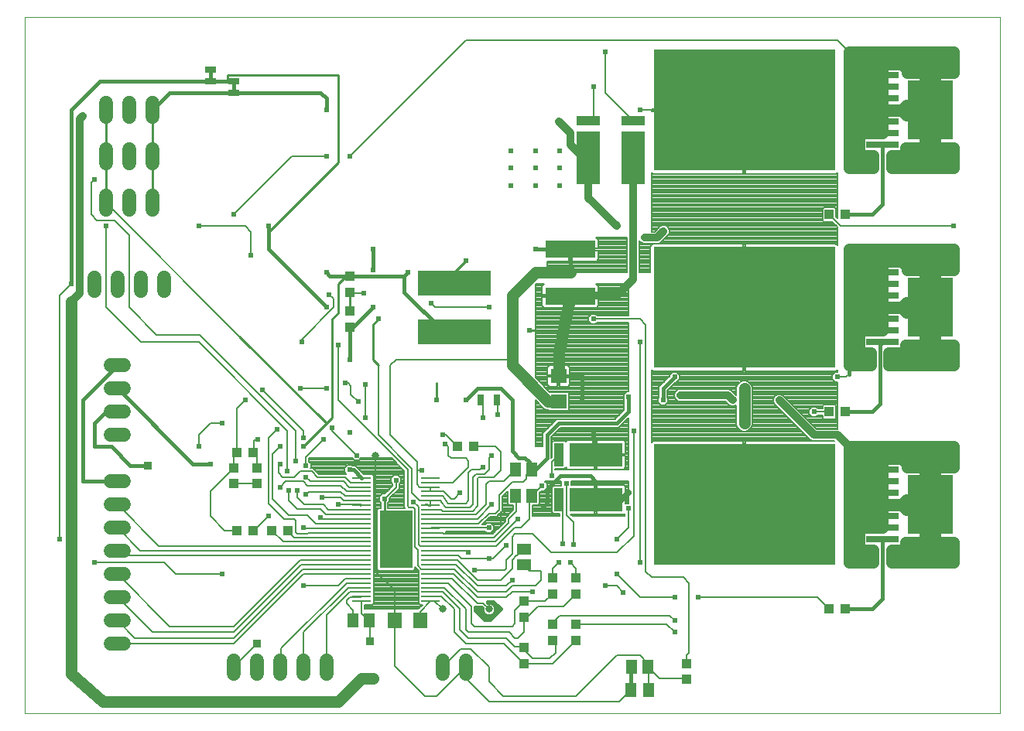
<source format=gtl>
G75*
%MOIN*%
%OFA0B0*%
%FSLAX25Y25*%
%IPPOS*%
%LPD*%
%AMOC8*
5,1,8,0,0,1.08239X$1,22.5*
%
%ADD10C,0.00000*%
%ADD11R,0.05118X0.05906*%
%ADD12R,0.03150X0.04724*%
%ADD13R,0.06299X0.07087*%
%ADD14R,0.07087X0.06299*%
%ADD15R,0.21654X0.07283*%
%ADD16R,0.05906X0.05118*%
%ADD17R,0.03937X0.04331*%
%ADD18R,0.04331X0.03937*%
%ADD19C,0.05937*%
%ADD20C,0.06000*%
%ADD21R,0.31496X0.10630*%
%ADD22R,0.05000X0.02500*%
%ADD23C,0.01600*%
%ADD24R,0.05118X0.06299*%
%ADD25R,0.78000X0.52000*%
%ADD26R,0.14000X0.02800*%
%ADD27R,0.19200X0.25400*%
%ADD28R,0.08268X0.01063*%
%ADD29R,0.14213X0.25000*%
%ADD30R,0.23000X0.10000*%
%ADD31R,0.04000X0.10000*%
%ADD32R,0.10000X0.23000*%
%ADD33R,0.10000X0.04000*%
%ADD34C,0.00800*%
%ADD35C,0.02400*%
%ADD36C,0.05000*%
%ADD37C,0.03200*%
%ADD38R,0.03562X0.03562*%
%ADD39C,0.00600*%
%ADD40C,0.02500*%
%ADD41C,0.03169*%
%ADD42C,0.01000*%
%ADD43R,0.03169X0.03169*%
D10*
X0001000Y0001667D02*
X0001000Y0301667D01*
X0421000Y0301667D01*
X0421000Y0001667D01*
X0001000Y0001667D01*
D11*
X0142654Y0041667D03*
X0149346Y0041667D03*
X0212654Y0095417D03*
X0219346Y0095417D03*
X0219346Y0106667D03*
X0212654Y0106667D03*
X0262654Y0021667D03*
X0269346Y0021667D03*
D12*
X0204543Y0136667D03*
X0197457Y0136667D03*
D13*
X0171512Y0041667D03*
X0160488Y0041667D03*
D14*
X0231000Y0136155D03*
X0231000Y0147178D03*
D15*
X0236000Y0181627D03*
X0236000Y0201706D03*
D16*
X0216000Y0072513D03*
X0216000Y0065820D03*
D17*
X0216000Y0050013D03*
X0216000Y0043320D03*
X0216000Y0030013D03*
X0216000Y0023320D03*
X0099346Y0080417D03*
X0092654Y0080417D03*
X0091000Y0100820D03*
X0091000Y0107513D03*
X0187654Y0116667D03*
X0194346Y0116667D03*
X0347654Y0131667D03*
X0354346Y0131667D03*
X0354346Y0216667D03*
X0347654Y0216667D03*
X0347654Y0046667D03*
X0354346Y0046667D03*
D18*
X0286000Y0023138D03*
X0286000Y0016445D03*
X0238500Y0033320D03*
X0238500Y0040013D03*
X0228500Y0040013D03*
X0228500Y0033320D03*
X0228500Y0053320D03*
X0228500Y0060013D03*
X0238500Y0060013D03*
X0238500Y0053320D03*
X0114346Y0080417D03*
X0107654Y0080417D03*
X0101000Y0100820D03*
X0101000Y0107513D03*
X0099346Y0114167D03*
X0092654Y0114167D03*
X0141000Y0168320D03*
X0141000Y0175013D03*
X0141000Y0183320D03*
X0141000Y0190013D03*
D19*
X0061000Y0189635D02*
X0061000Y0183698D01*
X0051000Y0183698D02*
X0051000Y0189635D01*
X0041000Y0189635D02*
X0041000Y0183698D01*
X0031000Y0183698D02*
X0031000Y0189635D01*
X0038031Y0151667D02*
X0043969Y0151667D01*
X0043969Y0141667D02*
X0038031Y0141667D01*
X0038031Y0131667D02*
X0043969Y0131667D01*
X0043969Y0121667D02*
X0038031Y0121667D01*
X0038031Y0101667D02*
X0043969Y0101667D01*
X0043969Y0091667D02*
X0038031Y0091667D01*
X0038031Y0081667D02*
X0043969Y0081667D01*
X0043969Y0071667D02*
X0038031Y0071667D01*
X0038031Y0061667D02*
X0043969Y0061667D01*
X0043969Y0051667D02*
X0038031Y0051667D01*
X0038031Y0041667D02*
X0043969Y0041667D01*
X0043969Y0031667D02*
X0038031Y0031667D01*
X0091000Y0024635D02*
X0091000Y0018698D01*
X0101000Y0018698D02*
X0101000Y0024635D01*
X0111000Y0024635D02*
X0111000Y0018698D01*
X0121000Y0018698D02*
X0121000Y0024635D01*
X0131000Y0024635D02*
X0131000Y0018698D01*
X0181000Y0018698D02*
X0181000Y0024635D01*
X0191000Y0024635D02*
X0191000Y0018698D01*
D20*
X0056000Y0218667D02*
X0056000Y0224667D01*
X0046000Y0224667D02*
X0046000Y0218667D01*
X0036000Y0218667D02*
X0036000Y0224667D01*
X0036000Y0238667D02*
X0036000Y0244667D01*
X0046000Y0244667D02*
X0046000Y0238667D01*
X0056000Y0238667D02*
X0056000Y0244667D01*
X0056000Y0258667D02*
X0056000Y0264667D01*
X0046000Y0264667D02*
X0046000Y0258667D01*
X0036000Y0258667D02*
X0036000Y0264667D01*
D21*
X0186000Y0187100D03*
X0186000Y0166234D03*
D22*
X0091000Y0269167D03*
X0091000Y0274167D03*
X0081000Y0274167D03*
X0081000Y0279167D03*
D23*
X0081000Y0274167D01*
X0033500Y0274167D01*
X0021000Y0261667D01*
X0021000Y0186667D01*
X0041000Y0151667D02*
X0026000Y0136667D01*
X0026000Y0101667D01*
X0041000Y0101667D01*
X0046625Y0108542D02*
X0054125Y0108542D01*
X0046625Y0108542D02*
X0038500Y0116667D01*
X0031000Y0116667D01*
X0031000Y0126667D01*
X0036000Y0131667D01*
X0041000Y0131667D01*
X0041000Y0141667D02*
X0073500Y0109167D01*
X0081000Y0109167D01*
X0141000Y0106667D02*
X0142811Y0106667D01*
X0146236Y0103241D01*
X0191000Y0136667D02*
X0196000Y0141667D01*
X0206000Y0141667D01*
X0211000Y0136667D01*
X0211000Y0114792D01*
X0213812Y0111979D01*
X0216625Y0111979D01*
X0218500Y0110104D01*
X0218500Y0107513D01*
X0219346Y0106667D01*
X0221000Y0106667D02*
X0226000Y0111667D01*
X0226000Y0121667D01*
X0231000Y0126667D01*
X0256000Y0126667D01*
X0261000Y0131667D01*
X0261000Y0137917D01*
X0276000Y0136667D02*
X0276000Y0141667D01*
X0281000Y0146667D01*
X0246000Y0121667D02*
X0246000Y0114242D01*
X0247000Y0113242D01*
X0244750Y0104167D02*
X0246937Y0101979D01*
X0246937Y0093904D01*
X0247000Y0093842D01*
X0244750Y0104167D02*
X0231937Y0104167D01*
X0226312Y0098542D01*
X0226312Y0092604D01*
X0223187Y0089479D01*
X0202800Y0049867D02*
X0200346Y0049867D01*
X0200561Y0049651D01*
X0201594Y0049651D01*
X0202690Y0049197D01*
X0203530Y0048357D01*
X0203984Y0047260D01*
X0203984Y0046073D01*
X0203530Y0044976D01*
X0202690Y0044137D01*
X0201594Y0043682D01*
X0200406Y0043682D01*
X0199310Y0044137D01*
X0198470Y0044976D01*
X0198016Y0046073D01*
X0198016Y0047105D01*
X0197754Y0047367D01*
X0195300Y0047367D01*
X0195300Y0046276D01*
X0199125Y0042292D01*
X0201625Y0042292D01*
X0206000Y0046667D01*
X0202800Y0049867D01*
X0203045Y0049622D02*
X0201663Y0049622D01*
X0203668Y0048023D02*
X0204643Y0048023D01*
X0203984Y0046425D02*
X0205758Y0046425D01*
X0204160Y0044826D02*
X0203380Y0044826D01*
X0202561Y0043228D02*
X0198226Y0043228D01*
X0198620Y0044826D02*
X0196692Y0044826D01*
X0198016Y0046425D02*
X0195300Y0046425D01*
X0262654Y0021667D02*
X0262260Y0016273D01*
X0262260Y0011667D01*
X0354346Y0046667D02*
X0366000Y0046667D01*
X0370550Y0051217D01*
X0370550Y0076667D01*
X0366000Y0131667D02*
X0354346Y0131667D01*
X0366000Y0131667D02*
X0369346Y0135013D01*
X0369346Y0160463D01*
X0370550Y0161667D01*
X0370550Y0171667D02*
X0370550Y0172117D01*
X0366000Y0176667D01*
X0356000Y0157117D02*
X0356000Y0147917D01*
X0354346Y0216667D02*
X0366000Y0216667D01*
X0370550Y0221217D01*
X0370550Y0246667D01*
X0355550Y0217870D02*
X0354346Y0216667D01*
X0241000Y0147178D02*
X0241000Y0136667D01*
X0241000Y0147178D02*
X0231000Y0147178D01*
X0186000Y0166234D02*
X0185567Y0166667D01*
X0181000Y0166667D01*
X0164346Y0183320D01*
X0164346Y0190013D01*
X0166000Y0191667D01*
X0164346Y0190013D02*
X0141000Y0190013D01*
X0132654Y0190013D01*
X0131000Y0191667D01*
X0151000Y0192917D02*
X0151000Y0201667D01*
X0151000Y0176667D02*
X0142654Y0168320D01*
X0141000Y0168320D01*
X0141000Y0154167D01*
X0131000Y0176667D02*
X0106000Y0201667D01*
X0106000Y0209167D01*
X0106000Y0211667D01*
X0131000Y0261667D02*
X0131000Y0266667D01*
X0128500Y0269167D01*
X0091000Y0269167D01*
X0063500Y0269167D01*
X0056000Y0261667D01*
X0081000Y0274167D02*
X0088500Y0274167D01*
X0091000Y0274167D01*
X0091000Y0271667D01*
X0091000Y0274167D02*
X0091000Y0269167D01*
X0221000Y0201667D02*
X0236000Y0201667D01*
X0236000Y0201706D01*
X0236000Y0191667D01*
D24*
X0262260Y0011667D03*
X0269740Y0011667D03*
D25*
X0311000Y0091667D03*
X0311000Y0176667D03*
X0311000Y0261667D03*
D26*
X0370550Y0266667D03*
X0370550Y0271667D03*
X0370550Y0276667D03*
X0370550Y0256667D03*
X0370550Y0251667D03*
X0370550Y0246667D03*
X0370550Y0191667D03*
X0370550Y0186667D03*
X0370550Y0181667D03*
X0370550Y0171667D03*
X0370550Y0166667D03*
X0370550Y0161667D03*
X0370550Y0106667D03*
X0370550Y0101667D03*
X0370550Y0096667D03*
X0370550Y0086667D03*
X0370550Y0081667D03*
X0370550Y0076667D03*
D27*
X0391000Y0091667D03*
X0391000Y0176667D03*
X0391000Y0261667D03*
D28*
X0175961Y0103241D03*
X0175961Y0101273D03*
X0175961Y0099304D03*
X0175961Y0097336D03*
X0175961Y0095367D03*
X0175961Y0093399D03*
X0175961Y0091430D03*
X0175961Y0089462D03*
X0175961Y0087493D03*
X0175961Y0085525D03*
X0175961Y0083556D03*
X0175961Y0081588D03*
X0175961Y0079619D03*
X0175961Y0077651D03*
X0175961Y0075682D03*
X0175961Y0073714D03*
X0175961Y0071745D03*
X0175961Y0069777D03*
X0175961Y0067808D03*
X0175961Y0065840D03*
X0175961Y0063871D03*
X0175961Y0061903D03*
X0175961Y0059934D03*
X0175961Y0057966D03*
X0175961Y0055997D03*
X0175961Y0054029D03*
X0175961Y0052060D03*
X0175961Y0050092D03*
X0146236Y0050092D03*
X0146236Y0052060D03*
X0146236Y0054029D03*
X0146236Y0055997D03*
X0146236Y0057966D03*
X0146236Y0059934D03*
X0146236Y0061903D03*
X0146236Y0063871D03*
X0146236Y0065840D03*
X0146236Y0067808D03*
X0146236Y0069777D03*
X0146236Y0071745D03*
X0146236Y0073714D03*
X0146236Y0075682D03*
X0146236Y0077651D03*
X0146236Y0079619D03*
X0146236Y0081588D03*
X0146236Y0083556D03*
X0146236Y0085525D03*
X0146236Y0087493D03*
X0146236Y0089462D03*
X0146236Y0091430D03*
X0146236Y0093399D03*
X0146236Y0095367D03*
X0146236Y0097336D03*
X0146236Y0099304D03*
X0146236Y0101273D03*
X0146236Y0103241D03*
D29*
X0161000Y0076667D03*
D30*
X0247000Y0093842D03*
X0247000Y0113242D03*
D31*
X0231250Y0113242D03*
X0231250Y0093842D03*
D32*
X0243800Y0241292D03*
X0263200Y0241292D03*
D33*
X0263200Y0257042D03*
X0243800Y0257042D03*
D34*
X0246000Y0259242D01*
X0246000Y0271667D01*
X0251000Y0269242D02*
X0263200Y0257042D01*
X0266000Y0261667D02*
X0271000Y0261667D01*
X0271000Y0261981D02*
X0310600Y0261981D01*
X0310600Y0262067D02*
X0310600Y0261267D01*
X0271000Y0261267D01*
X0271000Y0262067D01*
X0310600Y0262067D01*
X0310600Y0261267D02*
X0311400Y0261267D01*
X0311400Y0234267D01*
X0350184Y0234267D01*
X0350540Y0234362D01*
X0350860Y0234546D01*
X0351000Y0234687D01*
X0351000Y0215300D01*
X0350622Y0215678D01*
X0350622Y0219246D01*
X0350036Y0219832D01*
X0345271Y0219832D01*
X0344685Y0219246D01*
X0344685Y0214087D01*
X0345271Y0213501D01*
X0348839Y0213501D01*
X0351000Y0211340D01*
X0351000Y0203647D01*
X0350860Y0203787D01*
X0350540Y0203971D01*
X0350184Y0204067D01*
X0311400Y0204067D01*
X0311400Y0177067D01*
X0310600Y0177067D01*
X0310600Y0204067D01*
X0271816Y0204067D01*
X0271460Y0203971D01*
X0271140Y0203787D01*
X0270880Y0203526D01*
X0270695Y0203207D01*
X0270600Y0202851D01*
X0270600Y0191667D01*
X0265800Y0191667D01*
X0265800Y0205637D01*
X0265983Y0205194D01*
X0266715Y0204462D01*
X0267670Y0204067D01*
X0274017Y0204067D01*
X0274973Y0204462D01*
X0278517Y0208006D01*
X0278912Y0208962D01*
X0278912Y0209996D01*
X0278517Y0210952D01*
X0277785Y0211683D01*
X0276830Y0212079D01*
X0275795Y0212079D01*
X0274840Y0211683D01*
X0272423Y0209267D01*
X0271000Y0209267D01*
X0271000Y0234687D01*
X0271140Y0234546D01*
X0271460Y0234362D01*
X0271816Y0234267D01*
X0310600Y0234267D01*
X0310600Y0261267D01*
X0310600Y0261183D02*
X0311400Y0261183D01*
X0311400Y0260384D02*
X0310600Y0260384D01*
X0310600Y0259586D02*
X0311400Y0259586D01*
X0311400Y0258787D02*
X0310600Y0258787D01*
X0310600Y0257989D02*
X0311400Y0257989D01*
X0311400Y0257190D02*
X0310600Y0257190D01*
X0310600Y0256392D02*
X0311400Y0256392D01*
X0311400Y0255593D02*
X0310600Y0255593D01*
X0310600Y0254795D02*
X0311400Y0254795D01*
X0311400Y0253996D02*
X0310600Y0253996D01*
X0310600Y0253198D02*
X0311400Y0253198D01*
X0311400Y0252399D02*
X0310600Y0252399D01*
X0310600Y0251601D02*
X0311400Y0251601D01*
X0311400Y0250802D02*
X0310600Y0250802D01*
X0310600Y0250004D02*
X0311400Y0250004D01*
X0311400Y0249205D02*
X0310600Y0249205D01*
X0310600Y0248407D02*
X0311400Y0248407D01*
X0311400Y0247608D02*
X0310600Y0247608D01*
X0310600Y0246810D02*
X0311400Y0246810D01*
X0311400Y0246011D02*
X0310600Y0246011D01*
X0310600Y0245213D02*
X0311400Y0245213D01*
X0311400Y0244414D02*
X0310600Y0244414D01*
X0310600Y0243616D02*
X0311400Y0243616D01*
X0311400Y0242817D02*
X0310600Y0242817D01*
X0310600Y0242019D02*
X0311400Y0242019D01*
X0311400Y0241220D02*
X0310600Y0241220D01*
X0310600Y0240422D02*
X0311400Y0240422D01*
X0311400Y0239623D02*
X0310600Y0239623D01*
X0310600Y0238825D02*
X0311400Y0238825D01*
X0311400Y0238026D02*
X0310600Y0238026D01*
X0310600Y0237227D02*
X0311400Y0237227D01*
X0311400Y0236429D02*
X0310600Y0236429D01*
X0310600Y0235630D02*
X0311400Y0235630D01*
X0311400Y0234832D02*
X0310600Y0234832D01*
X0344685Y0218862D02*
X0271000Y0218862D01*
X0271000Y0219660D02*
X0345099Y0219660D01*
X0344685Y0218063D02*
X0271000Y0218063D01*
X0271000Y0217265D02*
X0344685Y0217265D01*
X0344685Y0216466D02*
X0271000Y0216466D01*
X0271000Y0215668D02*
X0344685Y0215668D01*
X0344685Y0214869D02*
X0271000Y0214869D01*
X0271000Y0214071D02*
X0344701Y0214071D01*
X0347654Y0216667D02*
X0352654Y0211667D01*
X0401000Y0211667D01*
X0351000Y0210877D02*
X0278548Y0210877D01*
X0278879Y0210078D02*
X0351000Y0210078D01*
X0351000Y0209280D02*
X0278912Y0209280D01*
X0278713Y0208481D02*
X0351000Y0208481D01*
X0351000Y0207683D02*
X0278193Y0207683D01*
X0277394Y0206884D02*
X0351000Y0206884D01*
X0351000Y0206086D02*
X0276596Y0206086D01*
X0275797Y0205287D02*
X0351000Y0205287D01*
X0351000Y0204489D02*
X0274999Y0204489D01*
X0271043Y0203690D02*
X0265800Y0203690D01*
X0265800Y0202892D02*
X0270611Y0202892D01*
X0270600Y0202093D02*
X0265800Y0202093D01*
X0265800Y0201294D02*
X0270600Y0201294D01*
X0270600Y0200496D02*
X0265800Y0200496D01*
X0265800Y0199697D02*
X0270600Y0199697D01*
X0270600Y0198899D02*
X0265800Y0198899D01*
X0265800Y0198100D02*
X0270600Y0198100D01*
X0270600Y0197302D02*
X0265800Y0197302D01*
X0265800Y0196503D02*
X0270600Y0196503D01*
X0270600Y0195705D02*
X0265800Y0195705D01*
X0265800Y0194906D02*
X0270600Y0194906D01*
X0270600Y0194108D02*
X0265800Y0194108D01*
X0265800Y0193309D02*
X0270600Y0193309D01*
X0270600Y0192511D02*
X0265800Y0192511D01*
X0265800Y0191712D02*
X0270600Y0191712D01*
X0260600Y0191712D02*
X0226000Y0191712D01*
X0226000Y0191667D02*
X0260600Y0191667D01*
X0260600Y0206667D01*
X0247314Y0206667D01*
X0247367Y0206652D01*
X0247686Y0206468D01*
X0247947Y0206207D01*
X0248131Y0205888D01*
X0248227Y0205532D01*
X0248227Y0202106D01*
X0236400Y0202106D01*
X0236400Y0201306D01*
X0236400Y0196664D01*
X0247011Y0196664D01*
X0247367Y0196760D01*
X0247686Y0196944D01*
X0247947Y0197205D01*
X0248131Y0197524D01*
X0248227Y0197880D01*
X0248227Y0201306D01*
X0236400Y0201306D01*
X0235600Y0201306D01*
X0235600Y0196664D01*
X0226000Y0196664D01*
X0226000Y0191667D01*
X0226000Y0192511D02*
X0260600Y0192511D01*
X0260600Y0193309D02*
X0226000Y0193309D01*
X0226000Y0194108D02*
X0260600Y0194108D01*
X0260600Y0194906D02*
X0226000Y0194906D01*
X0226000Y0195705D02*
X0260600Y0195705D01*
X0260600Y0196503D02*
X0226000Y0196503D01*
X0235600Y0197302D02*
X0236400Y0197302D01*
X0236400Y0198100D02*
X0235600Y0198100D01*
X0235600Y0198899D02*
X0236400Y0198899D01*
X0236400Y0199697D02*
X0235600Y0199697D01*
X0235600Y0200496D02*
X0236400Y0200496D01*
X0236400Y0201294D02*
X0235600Y0201294D01*
X0236400Y0202093D02*
X0260600Y0202093D01*
X0260600Y0201294D02*
X0248227Y0201294D01*
X0248227Y0200496D02*
X0260600Y0200496D01*
X0260600Y0199697D02*
X0248227Y0199697D01*
X0248227Y0198899D02*
X0260600Y0198899D01*
X0260600Y0198100D02*
X0248227Y0198100D01*
X0248003Y0197302D02*
X0260600Y0197302D01*
X0260600Y0202892D02*
X0248227Y0202892D01*
X0248227Y0203690D02*
X0260600Y0203690D01*
X0260600Y0204489D02*
X0248227Y0204489D01*
X0248227Y0205287D02*
X0260600Y0205287D01*
X0260600Y0206086D02*
X0248017Y0206086D01*
X0265800Y0205287D02*
X0265945Y0205287D01*
X0265800Y0204489D02*
X0266689Y0204489D01*
X0271000Y0209280D02*
X0272436Y0209280D01*
X0273235Y0210078D02*
X0271000Y0210078D01*
X0271000Y0210877D02*
X0274033Y0210877D01*
X0274832Y0211675D02*
X0271000Y0211675D01*
X0271000Y0212474D02*
X0349867Y0212474D01*
X0349068Y0213272D02*
X0271000Y0213272D01*
X0277793Y0211675D02*
X0350665Y0211675D01*
X0350632Y0215668D02*
X0351000Y0215668D01*
X0351000Y0216466D02*
X0350622Y0216466D01*
X0350622Y0217265D02*
X0351000Y0217265D01*
X0351000Y0218063D02*
X0350622Y0218063D01*
X0350622Y0218862D02*
X0351000Y0218862D01*
X0351000Y0219660D02*
X0350208Y0219660D01*
X0351000Y0220459D02*
X0271000Y0220459D01*
X0271000Y0221257D02*
X0351000Y0221257D01*
X0351000Y0222056D02*
X0271000Y0222056D01*
X0271000Y0222854D02*
X0351000Y0222854D01*
X0351000Y0223653D02*
X0271000Y0223653D01*
X0271000Y0224451D02*
X0351000Y0224451D01*
X0351000Y0225250D02*
X0271000Y0225250D01*
X0271000Y0226048D02*
X0351000Y0226048D01*
X0351000Y0226847D02*
X0271000Y0226847D01*
X0271000Y0227645D02*
X0351000Y0227645D01*
X0351000Y0228444D02*
X0271000Y0228444D01*
X0271000Y0229242D02*
X0351000Y0229242D01*
X0351000Y0230041D02*
X0271000Y0230041D01*
X0271000Y0230839D02*
X0351000Y0230839D01*
X0351000Y0231638D02*
X0271000Y0231638D01*
X0271000Y0232436D02*
X0351000Y0232436D01*
X0351000Y0233235D02*
X0271000Y0233235D01*
X0271000Y0234033D02*
X0351000Y0234033D01*
X0356000Y0246667D02*
X0356000Y0286667D01*
X0351000Y0291667D01*
X0191000Y0291667D01*
X0141000Y0241667D01*
X0131000Y0241667D02*
X0116000Y0241667D01*
X0091000Y0216667D01*
X0096000Y0211667D02*
X0076000Y0211667D01*
X0096000Y0211667D02*
X0098500Y0209167D01*
X0098500Y0199167D01*
X0132250Y0182292D02*
X0134125Y0180417D01*
X0134125Y0176667D01*
X0120375Y0162917D01*
X0120375Y0161667D01*
X0136000Y0160417D02*
X0136000Y0136667D01*
X0166000Y0106667D01*
X0166000Y0091042D01*
X0166625Y0090417D01*
X0168500Y0090417D01*
X0169125Y0089792D01*
X0169125Y0073542D01*
X0170375Y0072292D01*
X0170375Y0065417D01*
X0169106Y0064705D02*
X0169795Y0064017D01*
X0169937Y0064017D01*
X0170827Y0063126D01*
X0170827Y0062926D01*
X0170865Y0062887D01*
X0170827Y0062849D01*
X0170827Y0060957D01*
X0170865Y0060919D01*
X0170827Y0060880D01*
X0170827Y0058989D01*
X0170865Y0058950D01*
X0170827Y0058912D01*
X0170827Y0057020D01*
X0170865Y0056982D01*
X0170827Y0056943D01*
X0170827Y0055052D01*
X0170865Y0055013D01*
X0170827Y0054975D01*
X0170827Y0053083D01*
X0170865Y0053045D01*
X0170827Y0053006D01*
X0170827Y0051115D01*
X0170865Y0051076D01*
X0170827Y0051038D01*
X0170827Y0049146D01*
X0171413Y0048560D01*
X0172449Y0048560D01*
X0170556Y0046667D01*
X0147636Y0046667D01*
X0147636Y0048560D01*
X0150784Y0048560D01*
X0151370Y0049146D01*
X0151370Y0051038D01*
X0151332Y0051076D01*
X0151370Y0051115D01*
X0151370Y0053006D01*
X0151332Y0053045D01*
X0151370Y0053083D01*
X0151370Y0054975D01*
X0151332Y0055013D01*
X0151370Y0055052D01*
X0151370Y0056943D01*
X0151332Y0056982D01*
X0151370Y0057020D01*
X0151370Y0058912D01*
X0151332Y0058950D01*
X0151370Y0058989D01*
X0151370Y0060880D01*
X0151332Y0060919D01*
X0151370Y0060957D01*
X0151370Y0062849D01*
X0151332Y0062887D01*
X0151370Y0062926D01*
X0151370Y0064817D01*
X0151332Y0064856D01*
X0151370Y0064894D01*
X0151370Y0066786D01*
X0151332Y0066824D01*
X0151370Y0066863D01*
X0151370Y0068754D01*
X0151332Y0068793D01*
X0151370Y0068831D01*
X0151370Y0070723D01*
X0151332Y0070761D01*
X0151370Y0070800D01*
X0151370Y0072691D01*
X0151332Y0072730D01*
X0151370Y0072768D01*
X0151370Y0074660D01*
X0151332Y0074698D01*
X0151370Y0074737D01*
X0151370Y0076628D01*
X0151332Y0076667D01*
X0151370Y0076705D01*
X0151370Y0078597D01*
X0151332Y0078635D01*
X0151370Y0078674D01*
X0151370Y0080565D01*
X0151332Y0080604D01*
X0151370Y0080642D01*
X0151370Y0082534D01*
X0151332Y0082572D01*
X0151370Y0082611D01*
X0151370Y0084502D01*
X0151332Y0084541D01*
X0151370Y0084579D01*
X0151370Y0086471D01*
X0151332Y0086509D01*
X0151370Y0086548D01*
X0151370Y0088439D01*
X0151332Y0088478D01*
X0151370Y0088516D01*
X0151370Y0090408D01*
X0151332Y0090446D01*
X0151370Y0090485D01*
X0151370Y0092376D01*
X0151332Y0092415D01*
X0151370Y0092453D01*
X0151370Y0094345D01*
X0151332Y0094383D01*
X0151370Y0094422D01*
X0151370Y0096313D01*
X0151332Y0096352D01*
X0151370Y0096390D01*
X0151370Y0098282D01*
X0151332Y0098320D01*
X0151370Y0098359D01*
X0151370Y0100250D01*
X0151332Y0100289D01*
X0151370Y0100327D01*
X0151370Y0102219D01*
X0151332Y0102257D01*
X0151370Y0102296D01*
X0151370Y0104187D01*
X0150784Y0104773D01*
X0147250Y0104773D01*
X0143557Y0108467D01*
X0142311Y0108467D01*
X0141911Y0108867D01*
X0140089Y0108867D01*
X0138800Y0107578D01*
X0138800Y0105755D01*
X0139614Y0104942D01*
X0127830Y0104942D01*
X0126150Y0106622D01*
X0125330Y0107442D01*
X0124261Y0107442D01*
X0124450Y0107630D01*
X0124450Y0109453D01*
X0123650Y0110253D01*
X0123650Y0111667D01*
X0142264Y0111667D01*
X0143214Y0110717D01*
X0145036Y0110717D01*
X0145986Y0111667D01*
X0159020Y0111667D01*
X0164600Y0106087D01*
X0164600Y0090462D01*
X0164895Y0090167D01*
X0157500Y0090167D01*
X0157500Y0092555D01*
X0158200Y0093255D01*
X0158200Y0094387D01*
X0162400Y0098587D01*
X0162400Y0100580D01*
X0163200Y0101380D01*
X0163200Y0103203D01*
X0161911Y0104492D01*
X0160089Y0104492D01*
X0158800Y0103203D01*
X0158800Y0101380D01*
X0159600Y0100580D01*
X0159600Y0099747D01*
X0156220Y0096367D01*
X0155089Y0096367D01*
X0153800Y0095078D01*
X0153800Y0093255D01*
X0154500Y0092555D01*
X0154500Y0090167D01*
X0153479Y0090167D01*
X0152894Y0089581D01*
X0152894Y0063752D01*
X0153479Y0063167D01*
X0168521Y0063167D01*
X0169106Y0063752D01*
X0169106Y0064705D01*
X0169106Y0063951D02*
X0170003Y0063951D01*
X0170801Y0063152D02*
X0151370Y0063152D01*
X0151370Y0062354D02*
X0170827Y0062354D01*
X0170827Y0061555D02*
X0151370Y0061555D01*
X0151370Y0060756D02*
X0170827Y0060756D01*
X0170827Y0059958D02*
X0151370Y0059958D01*
X0151370Y0059159D02*
X0170827Y0059159D01*
X0170827Y0058361D02*
X0151370Y0058361D01*
X0151370Y0057562D02*
X0170827Y0057562D01*
X0170827Y0056764D02*
X0151370Y0056764D01*
X0151370Y0055965D02*
X0170827Y0055965D01*
X0170827Y0055167D02*
X0151370Y0055167D01*
X0151370Y0054368D02*
X0170827Y0054368D01*
X0170827Y0053570D02*
X0151370Y0053570D01*
X0151370Y0052771D02*
X0170827Y0052771D01*
X0170827Y0051973D02*
X0151370Y0051973D01*
X0151370Y0051174D02*
X0170827Y0051174D01*
X0170827Y0050376D02*
X0151370Y0050376D01*
X0151370Y0049577D02*
X0170827Y0049577D01*
X0171194Y0048779D02*
X0151003Y0048779D01*
X0147636Y0047980D02*
X0171869Y0047980D01*
X0171071Y0047182D02*
X0147636Y0047182D01*
X0146236Y0044777D02*
X0149346Y0041667D01*
X0149750Y0041263D01*
X0149750Y0032917D01*
X0160488Y0041667D02*
X0160488Y0022178D01*
X0173500Y0009167D01*
X0178500Y0009167D01*
X0191000Y0021667D01*
X0191000Y0016667D01*
X0201000Y0006667D01*
X0257260Y0006667D01*
X0262260Y0011667D01*
X0269740Y0011667D02*
X0269750Y0011677D01*
X0269750Y0017070D01*
X0269346Y0021667D01*
X0269346Y0023320D01*
X0266000Y0026667D01*
X0256000Y0026667D01*
X0238500Y0009167D01*
X0207250Y0009167D01*
X0201000Y0015417D01*
X0201000Y0021667D01*
X0193187Y0029479D01*
X0188812Y0029479D01*
X0181000Y0021667D01*
X0191000Y0031667D02*
X0207654Y0031667D01*
X0216000Y0023320D01*
X0228500Y0023320D01*
X0238500Y0033320D01*
X0238500Y0040013D02*
X0277654Y0040013D01*
X0281000Y0036667D01*
X0281000Y0041667D02*
X0278813Y0043854D01*
X0231625Y0043854D01*
X0228500Y0040729D01*
X0228500Y0040013D01*
X0228500Y0033320D02*
X0229750Y0032070D01*
X0229750Y0027917D01*
X0227250Y0025417D01*
X0219750Y0025417D01*
X0216000Y0029167D01*
X0216000Y0030013D01*
X0215596Y0030417D01*
X0212250Y0030417D01*
X0208500Y0034167D01*
X0192250Y0034167D01*
X0188500Y0037917D01*
X0188500Y0046667D01*
X0181138Y0054029D01*
X0175961Y0054029D01*
X0175961Y0055997D02*
X0181669Y0055997D01*
X0191000Y0046667D01*
X0191000Y0037917D01*
X0192250Y0036667D01*
X0209750Y0036667D01*
X0212250Y0034167D01*
X0213500Y0034167D01*
X0216000Y0036667D01*
X0216000Y0043320D01*
X0217654Y0043320D01*
X0222250Y0047917D01*
X0233096Y0047917D01*
X0238500Y0053320D01*
X0238500Y0060013D02*
X0238500Y0064167D01*
X0236000Y0066667D01*
X0231000Y0066667D02*
X0228500Y0064167D01*
X0228500Y0060013D01*
X0223500Y0059167D02*
X0221000Y0056667D01*
X0211000Y0056667D01*
X0208500Y0054167D01*
X0196000Y0054167D01*
X0186295Y0063871D01*
X0175961Y0063871D01*
X0175961Y0061903D02*
X0185764Y0061903D01*
X0196000Y0051667D01*
X0208500Y0051667D01*
X0211000Y0054167D01*
X0219750Y0054167D01*
X0216000Y0050013D02*
X0225193Y0050013D01*
X0228500Y0053320D01*
X0223500Y0059167D02*
X0223500Y0063320D01*
X0218500Y0063320D01*
X0216000Y0065820D01*
X0212875Y0069792D02*
X0211000Y0067917D01*
X0211000Y0064167D01*
X0206000Y0059167D01*
X0196000Y0059167D01*
X0187358Y0067808D01*
X0175961Y0067808D01*
X0175961Y0065840D02*
X0186827Y0065840D01*
X0196000Y0056667D01*
X0208500Y0056667D01*
X0211000Y0059167D01*
X0207875Y0063542D02*
X0194750Y0063542D01*
X0189125Y0068542D02*
X0201000Y0068542D01*
X0202875Y0068542D01*
X0208500Y0074167D01*
X0204297Y0073714D02*
X0212250Y0081667D01*
X0214750Y0081667D01*
X0218500Y0085417D01*
X0218500Y0094570D01*
X0219346Y0095417D01*
X0219437Y0095417D01*
X0223812Y0099792D01*
X0225419Y0098287D02*
X0228250Y0098287D01*
X0228250Y0099085D02*
X0226012Y0099085D01*
X0226012Y0098880D02*
X0226012Y0100703D01*
X0225049Y0101667D01*
X0232264Y0101667D01*
X0232237Y0101640D01*
X0232237Y0099842D01*
X0228836Y0099842D01*
X0228250Y0099256D01*
X0228250Y0088427D01*
X0228836Y0087842D01*
X0231475Y0087842D01*
X0231475Y0086667D01*
X0219900Y0086667D01*
X0219900Y0091464D01*
X0222320Y0091464D01*
X0222905Y0092050D01*
X0222905Y0096905D01*
X0223592Y0097592D01*
X0224724Y0097592D01*
X0226012Y0098880D01*
X0226012Y0099884D02*
X0232237Y0099884D01*
X0232237Y0100682D02*
X0226012Y0100682D01*
X0225235Y0101481D02*
X0232237Y0101481D01*
X0234437Y0100729D02*
X0234437Y0087292D01*
X0237562Y0084167D01*
X0237562Y0074479D01*
X0232875Y0074792D02*
X0232875Y0092217D01*
X0231250Y0093842D01*
X0228250Y0093495D02*
X0222905Y0093495D01*
X0222905Y0092697D02*
X0228250Y0092697D01*
X0228250Y0091898D02*
X0222754Y0091898D01*
X0222905Y0094294D02*
X0228250Y0094294D01*
X0228250Y0095092D02*
X0222905Y0095092D01*
X0222905Y0095891D02*
X0228250Y0095891D01*
X0228250Y0096690D02*
X0222905Y0096690D01*
X0223489Y0097488D02*
X0228250Y0097488D01*
X0228250Y0091100D02*
X0219900Y0091100D01*
X0219900Y0090301D02*
X0228250Y0090301D01*
X0228250Y0089503D02*
X0219900Y0089503D01*
X0219900Y0088704D02*
X0228250Y0088704D01*
X0228772Y0087906D02*
X0219900Y0087906D01*
X0219900Y0087107D02*
X0231475Y0087107D01*
X0236267Y0087442D02*
X0246600Y0087442D01*
X0246600Y0093442D01*
X0247400Y0093442D01*
X0247400Y0094242D01*
X0246600Y0094242D01*
X0246600Y0100242D01*
X0236637Y0100242D01*
X0236637Y0101640D01*
X0236611Y0101667D01*
X0261000Y0101667D01*
X0261000Y0092304D01*
X0260089Y0092304D01*
X0259900Y0092115D01*
X0259900Y0093442D01*
X0247400Y0093442D01*
X0247400Y0087442D01*
X0258684Y0087442D01*
X0259040Y0087537D01*
X0259360Y0087721D01*
X0259600Y0087962D01*
X0259600Y0086667D01*
X0237042Y0086667D01*
X0236267Y0087442D01*
X0236602Y0087107D02*
X0259600Y0087107D01*
X0259600Y0087906D02*
X0259544Y0087906D01*
X0261000Y0090104D02*
X0261000Y0081667D01*
X0256000Y0076667D01*
X0256312Y0071042D02*
X0263500Y0078229D01*
X0263500Y0123542D01*
X0261000Y0123839D02*
X0230718Y0123839D01*
X0231516Y0124637D02*
X0261000Y0124637D01*
X0261000Y0125436D02*
X0257315Y0125436D01*
X0256746Y0124867D02*
X0261000Y0129121D01*
X0261000Y0106667D01*
X0229587Y0106667D01*
X0229587Y0107242D01*
X0233664Y0107242D01*
X0234180Y0107758D01*
X0234195Y0107701D01*
X0234380Y0107382D01*
X0234640Y0107121D01*
X0234960Y0106937D01*
X0235316Y0106842D01*
X0246600Y0106842D01*
X0246600Y0112842D01*
X0247400Y0112842D01*
X0247400Y0113642D01*
X0246600Y0113642D01*
X0246600Y0119642D01*
X0235316Y0119642D01*
X0234960Y0119546D01*
X0234640Y0119362D01*
X0234380Y0119101D01*
X0234195Y0118782D01*
X0234180Y0118726D01*
X0233664Y0119242D01*
X0228836Y0119242D01*
X0228250Y0118656D01*
X0228250Y0112222D01*
X0227800Y0111772D01*
X0227800Y0120921D01*
X0231746Y0124867D01*
X0256746Y0124867D01*
X0258113Y0126234D02*
X0261000Y0126234D01*
X0261000Y0127033D02*
X0258912Y0127033D01*
X0259710Y0127831D02*
X0261000Y0127831D01*
X0261000Y0128630D02*
X0260509Y0128630D01*
X0257813Y0131025D02*
X0221000Y0131025D01*
X0221000Y0130227D02*
X0257015Y0130227D01*
X0256216Y0129428D02*
X0221000Y0129428D01*
X0221000Y0128630D02*
X0255418Y0128630D01*
X0255254Y0128467D02*
X0230254Y0128467D01*
X0229200Y0127412D01*
X0224200Y0122412D01*
X0224200Y0116667D01*
X0221000Y0116667D01*
X0221000Y0136717D01*
X0224529Y0133188D01*
X0225816Y0132655D01*
X0226457Y0132655D01*
X0226457Y0132591D01*
X0227042Y0132005D01*
X0234958Y0132005D01*
X0235543Y0132591D01*
X0235543Y0139719D01*
X0234958Y0140304D01*
X0227312Y0140304D01*
X0221000Y0146616D01*
X0221000Y0186667D01*
X0224980Y0186667D01*
X0224633Y0186574D01*
X0224314Y0186389D01*
X0224053Y0186129D01*
X0223869Y0185809D01*
X0223773Y0185453D01*
X0223773Y0182027D01*
X0235600Y0182027D01*
X0235600Y0181227D01*
X0236400Y0181227D01*
X0236400Y0176586D01*
X0247011Y0176586D01*
X0247367Y0176681D01*
X0247686Y0176865D01*
X0247947Y0177126D01*
X0248131Y0177445D01*
X0248227Y0177801D01*
X0248227Y0181227D01*
X0236400Y0181227D01*
X0236400Y0182027D01*
X0248227Y0182027D01*
X0248227Y0185453D01*
X0248131Y0185809D01*
X0247947Y0186129D01*
X0247686Y0186389D01*
X0247367Y0186574D01*
X0247020Y0186667D01*
X0261000Y0186667D01*
X0261000Y0173067D01*
X0247711Y0173067D01*
X0246911Y0173867D01*
X0245089Y0173867D01*
X0243800Y0172578D01*
X0243800Y0170755D01*
X0245089Y0169467D01*
X0246911Y0169467D01*
X0247711Y0170267D01*
X0261000Y0170267D01*
X0261000Y0140429D01*
X0260401Y0140429D01*
X0259112Y0139140D01*
X0259112Y0137318D01*
X0259200Y0137230D01*
X0259200Y0132412D01*
X0255254Y0128467D01*
X0258612Y0131824D02*
X0221000Y0131824D01*
X0221000Y0132623D02*
X0226457Y0132623D01*
X0224296Y0133421D02*
X0221000Y0133421D01*
X0221000Y0134220D02*
X0223497Y0134220D01*
X0222699Y0135018D02*
X0221000Y0135018D01*
X0221000Y0135817D02*
X0221900Y0135817D01*
X0221102Y0136615D02*
X0221000Y0136615D01*
X0226210Y0141406D02*
X0261000Y0141406D01*
X0261000Y0140608D02*
X0227009Y0140608D01*
X0227272Y0142629D02*
X0230600Y0142629D01*
X0230600Y0146778D01*
X0231400Y0146778D01*
X0231400Y0142629D01*
X0234728Y0142629D01*
X0235084Y0142724D01*
X0235403Y0142909D01*
X0235664Y0143169D01*
X0235848Y0143488D01*
X0235943Y0143845D01*
X0235943Y0146778D01*
X0231400Y0146778D01*
X0231400Y0147578D01*
X0235943Y0147578D01*
X0235943Y0150512D01*
X0235848Y0150868D01*
X0235664Y0151188D01*
X0235403Y0151448D01*
X0235084Y0151633D01*
X0234728Y0151728D01*
X0231400Y0151728D01*
X0231400Y0147579D01*
X0230600Y0147579D01*
X0230600Y0151728D01*
X0227272Y0151728D01*
X0226916Y0151633D01*
X0226597Y0151448D01*
X0226336Y0151188D01*
X0226152Y0150868D01*
X0226057Y0150512D01*
X0226057Y0147578D01*
X0230600Y0147578D01*
X0230600Y0146778D01*
X0226057Y0146778D01*
X0226057Y0143845D01*
X0226152Y0143488D01*
X0226336Y0143169D01*
X0226597Y0142909D01*
X0226916Y0142724D01*
X0227272Y0142629D01*
X0226502Y0143003D02*
X0224613Y0143003D01*
X0223815Y0143802D02*
X0226068Y0143802D01*
X0226057Y0144600D02*
X0223016Y0144600D01*
X0222218Y0145399D02*
X0226057Y0145399D01*
X0226057Y0146197D02*
X0221419Y0146197D01*
X0221000Y0146996D02*
X0230600Y0146996D01*
X0230600Y0147794D02*
X0231400Y0147794D01*
X0231400Y0146996D02*
X0261000Y0146996D01*
X0261000Y0147794D02*
X0235943Y0147794D01*
X0235943Y0148593D02*
X0261000Y0148593D01*
X0261000Y0149391D02*
X0235943Y0149391D01*
X0235943Y0150190D02*
X0261000Y0150190D01*
X0261000Y0150988D02*
X0235779Y0150988D01*
X0231400Y0150988D02*
X0230600Y0150988D01*
X0230600Y0150190D02*
X0231400Y0150190D01*
X0231400Y0149391D02*
X0230600Y0149391D01*
X0230600Y0148593D02*
X0231400Y0148593D01*
X0231400Y0146197D02*
X0230600Y0146197D01*
X0230600Y0145399D02*
X0231400Y0145399D01*
X0231400Y0144600D02*
X0230600Y0144600D01*
X0230600Y0143802D02*
X0231400Y0143802D01*
X0231400Y0143003D02*
X0230600Y0143003D01*
X0235497Y0143003D02*
X0261000Y0143003D01*
X0261000Y0142205D02*
X0225412Y0142205D01*
X0226057Y0147794D02*
X0221000Y0147794D01*
X0221000Y0148593D02*
X0226057Y0148593D01*
X0226057Y0149391D02*
X0221000Y0149391D01*
X0221000Y0150190D02*
X0226057Y0150190D01*
X0226221Y0150988D02*
X0221000Y0150988D01*
X0221000Y0151787D02*
X0261000Y0151787D01*
X0261000Y0152585D02*
X0221000Y0152585D01*
X0221000Y0153384D02*
X0261000Y0153384D01*
X0261000Y0154182D02*
X0221000Y0154182D01*
X0221000Y0154981D02*
X0261000Y0154981D01*
X0261000Y0155779D02*
X0221000Y0155779D01*
X0221000Y0156578D02*
X0261000Y0156578D01*
X0261000Y0157376D02*
X0221000Y0157376D01*
X0221000Y0158175D02*
X0261000Y0158175D01*
X0261000Y0158973D02*
X0221000Y0158973D01*
X0221000Y0159772D02*
X0261000Y0159772D01*
X0261000Y0160570D02*
X0221000Y0160570D01*
X0221000Y0161369D02*
X0261000Y0161369D01*
X0261000Y0162167D02*
X0221000Y0162167D01*
X0221000Y0162966D02*
X0261000Y0162966D01*
X0261000Y0163764D02*
X0221000Y0163764D01*
X0221000Y0164563D02*
X0261000Y0164563D01*
X0261000Y0165361D02*
X0221000Y0165361D01*
X0221000Y0166160D02*
X0261000Y0166160D01*
X0261000Y0166959D02*
X0221000Y0166959D01*
X0221000Y0167757D02*
X0261000Y0167757D01*
X0261000Y0168556D02*
X0221000Y0168556D01*
X0221000Y0169354D02*
X0261000Y0169354D01*
X0261000Y0170153D02*
X0247597Y0170153D01*
X0246000Y0171667D02*
X0266000Y0171667D01*
X0268500Y0169167D01*
X0268500Y0062917D01*
X0271000Y0060417D01*
X0284750Y0060417D01*
X0287250Y0057917D01*
X0287250Y0027917D01*
X0286000Y0026667D01*
X0286000Y0023138D01*
X0285779Y0016667D02*
X0274346Y0016667D01*
X0269346Y0021667D01*
X0268500Y0021667D02*
X0269750Y0020417D01*
X0269750Y0017070D01*
X0266000Y0051667D02*
X0281000Y0051667D01*
X0291000Y0051667D02*
X0342654Y0051667D01*
X0347654Y0046667D01*
X0354346Y0046667D02*
X0355550Y0047870D01*
X0366000Y0086667D02*
X0361000Y0091667D01*
X0366000Y0086667D02*
X0370550Y0086667D01*
X0349923Y0119067D02*
X0311400Y0119067D01*
X0311400Y0092067D01*
X0310600Y0092067D01*
X0310600Y0119067D01*
X0271816Y0119067D01*
X0271460Y0118971D01*
X0271140Y0118787D01*
X0271000Y0118647D01*
X0271000Y0149687D01*
X0271140Y0149546D01*
X0271460Y0149362D01*
X0271816Y0149267D01*
X0310600Y0149267D01*
X0310600Y0176267D01*
X0311400Y0176267D01*
X0311400Y0149267D01*
X0350184Y0149267D01*
X0350540Y0149362D01*
X0350860Y0149546D01*
X0351000Y0149687D01*
X0351000Y0148867D01*
X0350089Y0148867D01*
X0348800Y0147578D01*
X0348800Y0145755D01*
X0350089Y0144467D01*
X0351000Y0144467D01*
X0351000Y0124267D01*
X0342077Y0124267D01*
X0327473Y0138871D01*
X0326517Y0139267D01*
X0325483Y0139267D01*
X0324527Y0138871D01*
X0323796Y0138139D01*
X0323400Y0137184D01*
X0323400Y0136149D01*
X0323796Y0135194D01*
X0338796Y0120194D01*
X0339527Y0119462D01*
X0340483Y0119067D01*
X0349923Y0119067D01*
X0349923Y0119067D01*
X0351000Y0124637D02*
X0341706Y0124637D01*
X0340908Y0125436D02*
X0351000Y0125436D01*
X0351000Y0126234D02*
X0340109Y0126234D01*
X0339311Y0127033D02*
X0351000Y0127033D01*
X0351000Y0127831D02*
X0338512Y0127831D01*
X0337714Y0128630D02*
X0345142Y0128630D01*
X0345271Y0128501D02*
X0350036Y0128501D01*
X0350622Y0129087D01*
X0350622Y0134246D01*
X0350036Y0134832D01*
X0345271Y0134832D01*
X0344685Y0134246D01*
X0344685Y0133067D01*
X0342711Y0133067D01*
X0341911Y0133867D01*
X0340089Y0133867D01*
X0338800Y0132578D01*
X0338800Y0130755D01*
X0340089Y0129467D01*
X0341911Y0129467D01*
X0342711Y0130267D01*
X0344685Y0130267D01*
X0344685Y0129087D01*
X0345271Y0128501D01*
X0344685Y0129428D02*
X0336915Y0129428D01*
X0336117Y0130227D02*
X0339328Y0130227D01*
X0338800Y0131025D02*
X0335318Y0131025D01*
X0334520Y0131824D02*
X0338800Y0131824D01*
X0338845Y0132623D02*
X0333721Y0132623D01*
X0332923Y0133421D02*
X0339643Y0133421D01*
X0341000Y0131667D02*
X0347654Y0131667D01*
X0350622Y0131824D02*
X0351000Y0131824D01*
X0351000Y0132623D02*
X0350622Y0132623D01*
X0350622Y0133421D02*
X0351000Y0133421D01*
X0351000Y0134220D02*
X0350622Y0134220D01*
X0351000Y0135018D02*
X0331326Y0135018D01*
X0332124Y0134220D02*
X0344685Y0134220D01*
X0344685Y0133421D02*
X0342357Y0133421D01*
X0342672Y0130227D02*
X0344685Y0130227D01*
X0350165Y0128630D02*
X0351000Y0128630D01*
X0351000Y0129428D02*
X0350622Y0129428D01*
X0350622Y0130227D02*
X0351000Y0130227D01*
X0351000Y0131025D02*
X0350622Y0131025D01*
X0351000Y0135817D02*
X0330527Y0135817D01*
X0329729Y0136615D02*
X0351000Y0136615D01*
X0351000Y0137414D02*
X0328930Y0137414D01*
X0328131Y0138212D02*
X0351000Y0138212D01*
X0351000Y0139011D02*
X0327135Y0139011D01*
X0324865Y0139011D02*
X0314500Y0139011D01*
X0314500Y0139809D02*
X0351000Y0139809D01*
X0351000Y0140608D02*
X0314500Y0140608D01*
X0314500Y0141406D02*
X0351000Y0141406D01*
X0351000Y0142205D02*
X0314500Y0142205D01*
X0314500Y0142363D02*
X0313967Y0143649D01*
X0312983Y0144634D01*
X0311696Y0145167D01*
X0310304Y0145167D01*
X0309017Y0144634D01*
X0308033Y0143649D01*
X0307500Y0142363D01*
X0307500Y0138844D01*
X0305285Y0141058D01*
X0304330Y0141454D01*
X0303295Y0141454D01*
X0282983Y0141454D01*
X0282027Y0141058D01*
X0281296Y0140327D01*
X0280900Y0139371D01*
X0280900Y0138337D01*
X0281296Y0137381D01*
X0282027Y0136650D01*
X0282983Y0136254D01*
X0302736Y0136254D01*
X0304527Y0134462D01*
X0305483Y0134067D01*
X0306517Y0134067D01*
X0307473Y0134462D01*
X0307500Y0134490D01*
X0307500Y0125970D01*
X0308033Y0124684D01*
X0309017Y0123699D01*
X0310304Y0123167D01*
X0311696Y0123167D01*
X0312983Y0123699D01*
X0313967Y0124684D01*
X0314500Y0125970D01*
X0314500Y0142363D01*
X0314235Y0143003D02*
X0351000Y0143003D01*
X0351000Y0143802D02*
X0313815Y0143802D01*
X0313016Y0144600D02*
X0349955Y0144600D01*
X0349157Y0145399D02*
X0282843Y0145399D01*
X0283200Y0145755D02*
X0283200Y0147578D01*
X0281911Y0148867D01*
X0280089Y0148867D01*
X0278800Y0147578D01*
X0278800Y0147012D01*
X0274200Y0142412D01*
X0274200Y0137978D01*
X0273800Y0137578D01*
X0273800Y0135755D01*
X0275089Y0134467D01*
X0276911Y0134467D01*
X0278200Y0135755D01*
X0278200Y0137578D01*
X0277800Y0137978D01*
X0277800Y0140921D01*
X0281346Y0144467D01*
X0281911Y0144467D01*
X0283200Y0145755D01*
X0283200Y0146197D02*
X0348800Y0146197D01*
X0348800Y0146996D02*
X0283200Y0146996D01*
X0282984Y0147794D02*
X0349016Y0147794D01*
X0349815Y0148593D02*
X0282185Y0148593D01*
X0279815Y0148593D02*
X0271000Y0148593D01*
X0271000Y0149391D02*
X0271409Y0149391D01*
X0271000Y0147794D02*
X0279016Y0147794D01*
X0278783Y0146996D02*
X0271000Y0146996D01*
X0271000Y0146197D02*
X0277985Y0146197D01*
X0277186Y0145399D02*
X0271000Y0145399D01*
X0271000Y0144600D02*
X0276388Y0144600D01*
X0275589Y0143802D02*
X0271000Y0143802D01*
X0271000Y0143003D02*
X0274791Y0143003D01*
X0274200Y0142205D02*
X0271000Y0142205D01*
X0271000Y0141406D02*
X0274200Y0141406D01*
X0274200Y0140608D02*
X0271000Y0140608D01*
X0271000Y0139809D02*
X0274200Y0139809D01*
X0274200Y0139011D02*
X0271000Y0139011D01*
X0271000Y0138212D02*
X0274200Y0138212D01*
X0273800Y0137414D02*
X0271000Y0137414D01*
X0271000Y0136615D02*
X0273800Y0136615D01*
X0273800Y0135817D02*
X0271000Y0135817D01*
X0271000Y0135018D02*
X0274537Y0135018D01*
X0277463Y0135018D02*
X0303972Y0135018D01*
X0303173Y0135817D02*
X0278200Y0135817D01*
X0278200Y0136615D02*
X0282112Y0136615D01*
X0281282Y0137414D02*
X0278200Y0137414D01*
X0277800Y0138212D02*
X0280952Y0138212D01*
X0280900Y0139011D02*
X0277800Y0139011D01*
X0277800Y0139809D02*
X0281081Y0139809D01*
X0281577Y0140608D02*
X0277800Y0140608D01*
X0278285Y0141406D02*
X0282867Y0141406D01*
X0280681Y0143802D02*
X0308185Y0143802D01*
X0307765Y0143003D02*
X0279882Y0143003D01*
X0279084Y0142205D02*
X0307500Y0142205D01*
X0307500Y0141406D02*
X0304446Y0141406D01*
X0305736Y0140608D02*
X0307500Y0140608D01*
X0307500Y0139809D02*
X0306534Y0139809D01*
X0307333Y0139011D02*
X0307500Y0139011D01*
X0307500Y0134220D02*
X0306886Y0134220D01*
X0307500Y0133421D02*
X0271000Y0133421D01*
X0271000Y0132623D02*
X0307500Y0132623D01*
X0307500Y0131824D02*
X0271000Y0131824D01*
X0271000Y0131025D02*
X0307500Y0131025D01*
X0307500Y0130227D02*
X0271000Y0130227D01*
X0271000Y0129428D02*
X0307500Y0129428D01*
X0307500Y0128630D02*
X0271000Y0128630D01*
X0271000Y0127831D02*
X0307500Y0127831D01*
X0307500Y0127033D02*
X0271000Y0127033D01*
X0271000Y0126234D02*
X0307500Y0126234D01*
X0307721Y0125436D02*
X0271000Y0125436D01*
X0271000Y0124637D02*
X0308080Y0124637D01*
X0308878Y0123839D02*
X0271000Y0123839D01*
X0271000Y0123040D02*
X0335949Y0123040D01*
X0336748Y0122242D02*
X0271000Y0122242D01*
X0271000Y0121443D02*
X0337546Y0121443D01*
X0338345Y0120645D02*
X0271000Y0120645D01*
X0271000Y0119846D02*
X0339143Y0119846D01*
X0335151Y0123839D02*
X0313122Y0123839D01*
X0313920Y0124637D02*
X0334352Y0124637D01*
X0333554Y0125436D02*
X0314279Y0125436D01*
X0314500Y0126234D02*
X0332755Y0126234D01*
X0331957Y0127033D02*
X0314500Y0127033D01*
X0314500Y0127831D02*
X0331158Y0127831D01*
X0330360Y0128630D02*
X0314500Y0128630D01*
X0314500Y0129428D02*
X0329561Y0129428D01*
X0328763Y0130227D02*
X0314500Y0130227D01*
X0314500Y0131025D02*
X0327964Y0131025D01*
X0327166Y0131824D02*
X0314500Y0131824D01*
X0314500Y0132623D02*
X0326367Y0132623D01*
X0325569Y0133421D02*
X0314500Y0133421D01*
X0314500Y0134220D02*
X0324770Y0134220D01*
X0323972Y0135018D02*
X0314500Y0135018D01*
X0314500Y0135817D02*
X0323538Y0135817D01*
X0323400Y0136615D02*
X0314500Y0136615D01*
X0314500Y0137414D02*
X0323495Y0137414D01*
X0323868Y0138212D02*
X0314500Y0138212D01*
X0308984Y0144600D02*
X0282045Y0144600D01*
X0271000Y0134220D02*
X0305114Y0134220D01*
X0310600Y0149391D02*
X0311400Y0149391D01*
X0311400Y0150190D02*
X0310600Y0150190D01*
X0310600Y0150988D02*
X0311400Y0150988D01*
X0311400Y0151787D02*
X0310600Y0151787D01*
X0310600Y0152585D02*
X0311400Y0152585D01*
X0311400Y0153384D02*
X0310600Y0153384D01*
X0310600Y0154182D02*
X0311400Y0154182D01*
X0311400Y0154981D02*
X0310600Y0154981D01*
X0310600Y0155779D02*
X0311400Y0155779D01*
X0311400Y0156578D02*
X0310600Y0156578D01*
X0310600Y0157376D02*
X0311400Y0157376D01*
X0311400Y0158175D02*
X0310600Y0158175D01*
X0310600Y0158973D02*
X0311400Y0158973D01*
X0311400Y0159772D02*
X0310600Y0159772D01*
X0310600Y0160570D02*
X0311400Y0160570D01*
X0311400Y0161369D02*
X0310600Y0161369D01*
X0310600Y0162167D02*
X0311400Y0162167D01*
X0311400Y0162966D02*
X0310600Y0162966D01*
X0310600Y0163764D02*
X0311400Y0163764D01*
X0311400Y0164563D02*
X0310600Y0164563D01*
X0310600Y0165361D02*
X0311400Y0165361D01*
X0311400Y0166160D02*
X0310600Y0166160D01*
X0310600Y0166959D02*
X0311400Y0166959D01*
X0311400Y0167757D02*
X0310600Y0167757D01*
X0310600Y0168556D02*
X0311400Y0168556D01*
X0311400Y0169354D02*
X0310600Y0169354D01*
X0310600Y0170153D02*
X0311400Y0170153D01*
X0311400Y0170951D02*
X0310600Y0170951D01*
X0310600Y0171750D02*
X0311400Y0171750D01*
X0311400Y0172548D02*
X0310600Y0172548D01*
X0310600Y0173347D02*
X0311400Y0173347D01*
X0311400Y0174145D02*
X0310600Y0174145D01*
X0310600Y0174944D02*
X0311400Y0174944D01*
X0311400Y0175742D02*
X0310600Y0175742D01*
X0310600Y0177339D02*
X0311400Y0177339D01*
X0311400Y0178138D02*
X0310600Y0178138D01*
X0310600Y0178936D02*
X0311400Y0178936D01*
X0311400Y0179735D02*
X0310600Y0179735D01*
X0310600Y0180533D02*
X0311400Y0180533D01*
X0311400Y0181332D02*
X0310600Y0181332D01*
X0310600Y0182130D02*
X0311400Y0182130D01*
X0311400Y0182929D02*
X0310600Y0182929D01*
X0310600Y0183727D02*
X0311400Y0183727D01*
X0311400Y0184526D02*
X0310600Y0184526D01*
X0310600Y0185324D02*
X0311400Y0185324D01*
X0311400Y0186123D02*
X0310600Y0186123D01*
X0310600Y0186921D02*
X0311400Y0186921D01*
X0311400Y0187720D02*
X0310600Y0187720D01*
X0310600Y0188518D02*
X0311400Y0188518D01*
X0311400Y0189317D02*
X0310600Y0189317D01*
X0310600Y0190115D02*
X0311400Y0190115D01*
X0311400Y0190914D02*
X0310600Y0190914D01*
X0310600Y0191712D02*
X0311400Y0191712D01*
X0311400Y0192511D02*
X0310600Y0192511D01*
X0310600Y0193309D02*
X0311400Y0193309D01*
X0311400Y0194108D02*
X0310600Y0194108D01*
X0310600Y0194906D02*
X0311400Y0194906D01*
X0311400Y0195705D02*
X0310600Y0195705D01*
X0310600Y0196503D02*
X0311400Y0196503D01*
X0311400Y0197302D02*
X0310600Y0197302D01*
X0310600Y0198100D02*
X0311400Y0198100D01*
X0311400Y0198899D02*
X0310600Y0198899D01*
X0310600Y0199697D02*
X0311400Y0199697D01*
X0311400Y0200496D02*
X0310600Y0200496D01*
X0310600Y0201294D02*
X0311400Y0201294D01*
X0311400Y0202093D02*
X0310600Y0202093D01*
X0310600Y0202892D02*
X0311400Y0202892D01*
X0311400Y0203690D02*
X0310600Y0203690D01*
X0347654Y0216667D02*
X0348500Y0215820D01*
X0350957Y0203690D02*
X0351000Y0203690D01*
X0356000Y0246667D02*
X0361000Y0246667D01*
X0261000Y0186123D02*
X0247950Y0186123D01*
X0248227Y0185324D02*
X0261000Y0185324D01*
X0261000Y0184526D02*
X0248227Y0184526D01*
X0248227Y0183727D02*
X0261000Y0183727D01*
X0261000Y0182929D02*
X0248227Y0182929D01*
X0248227Y0182130D02*
X0261000Y0182130D01*
X0261000Y0181332D02*
X0236400Y0181332D01*
X0236400Y0180533D02*
X0235600Y0180533D01*
X0235600Y0181227D02*
X0235600Y0176586D01*
X0224989Y0176586D01*
X0224633Y0176681D01*
X0224314Y0176865D01*
X0224053Y0177126D01*
X0223869Y0177445D01*
X0223773Y0177801D01*
X0223773Y0181227D01*
X0235600Y0181227D01*
X0235600Y0181332D02*
X0221000Y0181332D01*
X0221000Y0182130D02*
X0223773Y0182130D01*
X0223773Y0182929D02*
X0221000Y0182929D01*
X0221000Y0183727D02*
X0223773Y0183727D01*
X0223773Y0184526D02*
X0221000Y0184526D01*
X0221000Y0185324D02*
X0223773Y0185324D01*
X0224050Y0186123D02*
X0221000Y0186123D01*
X0221000Y0180533D02*
X0223773Y0180533D01*
X0223773Y0179735D02*
X0221000Y0179735D01*
X0221000Y0178936D02*
X0223773Y0178936D01*
X0223773Y0178138D02*
X0221000Y0178138D01*
X0221000Y0177339D02*
X0223930Y0177339D01*
X0221000Y0176541D02*
X0261000Y0176541D01*
X0261000Y0177339D02*
X0248070Y0177339D01*
X0248227Y0178138D02*
X0261000Y0178138D01*
X0261000Y0178936D02*
X0248227Y0178936D01*
X0248227Y0179735D02*
X0261000Y0179735D01*
X0261000Y0180533D02*
X0248227Y0180533D01*
X0247431Y0173347D02*
X0261000Y0173347D01*
X0261000Y0174145D02*
X0221000Y0174145D01*
X0221000Y0173347D02*
X0244569Y0173347D01*
X0243800Y0172548D02*
X0221000Y0172548D01*
X0221000Y0171750D02*
X0243800Y0171750D01*
X0243800Y0170951D02*
X0221000Y0170951D01*
X0221000Y0170153D02*
X0244403Y0170153D01*
X0236400Y0177339D02*
X0235600Y0177339D01*
X0235600Y0178138D02*
X0236400Y0178138D01*
X0236400Y0178936D02*
X0235600Y0178936D01*
X0235600Y0179735D02*
X0236400Y0179735D01*
X0221000Y0175742D02*
X0261000Y0175742D01*
X0261000Y0174944D02*
X0221000Y0174944D01*
X0201000Y0176667D02*
X0177875Y0176667D01*
X0176000Y0178542D01*
X0147250Y0182917D02*
X0141404Y0182917D01*
X0141000Y0183320D01*
X0153500Y0151667D02*
X0153500Y0121667D01*
X0167875Y0107292D01*
X0167875Y0096667D01*
X0171143Y0093399D01*
X0171768Y0093399D01*
X0170688Y0090729D02*
X0170688Y0074479D01*
X0171453Y0073714D01*
X0175961Y0073714D01*
X0204297Y0073714D01*
X0203766Y0075682D02*
X0213500Y0085417D01*
X0212875Y0088854D02*
X0212875Y0095195D01*
X0212654Y0095417D01*
X0209094Y0095092D02*
X0206775Y0095092D01*
X0206775Y0095149D02*
X0209094Y0097469D01*
X0209094Y0092050D01*
X0209680Y0091464D01*
X0211475Y0091464D01*
X0211475Y0089434D01*
X0208037Y0085997D01*
X0208037Y0084434D01*
X0202654Y0079051D01*
X0182562Y0079051D01*
X0182562Y0080267D01*
X0199289Y0080267D01*
X0200089Y0079467D01*
X0201911Y0079467D01*
X0203200Y0080755D01*
X0203200Y0082578D01*
X0201911Y0083867D01*
X0200089Y0083867D01*
X0199289Y0083067D01*
X0198130Y0083067D01*
X0201580Y0086517D01*
X0204392Y0086517D01*
X0205212Y0087337D01*
X0205955Y0088079D01*
X0206775Y0088899D01*
X0206775Y0095149D01*
X0206775Y0094294D02*
X0209094Y0094294D01*
X0209094Y0093495D02*
X0206775Y0093495D01*
X0206775Y0092697D02*
X0209094Y0092697D01*
X0209246Y0091898D02*
X0206775Y0091898D01*
X0206775Y0091100D02*
X0211475Y0091100D01*
X0211475Y0090301D02*
X0206775Y0090301D01*
X0206775Y0089503D02*
X0211475Y0089503D01*
X0210745Y0088704D02*
X0206580Y0088704D01*
X0205782Y0087906D02*
X0209947Y0087906D01*
X0209148Y0087107D02*
X0204983Y0087107D01*
X0205212Y0087337D02*
X0205212Y0087337D01*
X0206000Y0086667D02*
X0206000Y0082604D01*
X0202562Y0079167D01*
X0181625Y0079167D01*
X0181172Y0079619D01*
X0175961Y0079619D01*
X0175961Y0077651D02*
X0203234Y0077651D01*
X0209437Y0083854D01*
X0209437Y0085417D01*
X0212875Y0088854D01*
X0209750Y0089479D02*
X0208812Y0089479D01*
X0206000Y0086667D01*
X0208037Y0085510D02*
X0200574Y0085510D01*
X0201372Y0086309D02*
X0208350Y0086309D01*
X0208037Y0084712D02*
X0199775Y0084712D01*
X0198977Y0083913D02*
X0207517Y0083913D01*
X0206718Y0083115D02*
X0202663Y0083115D01*
X0203200Y0082316D02*
X0205920Y0082316D01*
X0205121Y0081518D02*
X0203200Y0081518D01*
X0203164Y0080719D02*
X0204323Y0080719D01*
X0203524Y0079921D02*
X0202365Y0079921D01*
X0202726Y0079122D02*
X0182562Y0079122D01*
X0182562Y0079921D02*
X0199635Y0079921D01*
X0201000Y0081667D02*
X0176039Y0081667D01*
X0175961Y0081588D01*
X0175961Y0083556D02*
X0196640Y0083556D01*
X0201000Y0087917D01*
X0203812Y0087917D01*
X0205375Y0089479D01*
X0205375Y0095729D01*
X0211000Y0101354D01*
X0215687Y0101354D01*
X0217250Y0102917D01*
X0217250Y0104570D01*
X0219346Y0106667D01*
X0221000Y0106667D01*
X0227800Y0111861D02*
X0227890Y0111861D01*
X0227800Y0112660D02*
X0228250Y0112660D01*
X0228250Y0113458D02*
X0227800Y0113458D01*
X0227800Y0114257D02*
X0228250Y0114257D01*
X0228250Y0115055D02*
X0227800Y0115055D01*
X0227800Y0115854D02*
X0228250Y0115854D01*
X0228250Y0116652D02*
X0227800Y0116652D01*
X0227800Y0117451D02*
X0228250Y0117451D01*
X0228250Y0118249D02*
X0227800Y0118249D01*
X0227800Y0119048D02*
X0228642Y0119048D01*
X0227800Y0119846D02*
X0261000Y0119846D01*
X0261000Y0119048D02*
X0259651Y0119048D01*
X0259620Y0119101D02*
X0259360Y0119362D01*
X0259040Y0119546D01*
X0258684Y0119642D01*
X0247400Y0119642D01*
X0247400Y0113642D01*
X0259900Y0113642D01*
X0259900Y0118426D01*
X0259805Y0118782D01*
X0259620Y0119101D01*
X0259900Y0118249D02*
X0261000Y0118249D01*
X0261000Y0117451D02*
X0259900Y0117451D01*
X0259900Y0116652D02*
X0261000Y0116652D01*
X0261000Y0115854D02*
X0259900Y0115854D01*
X0259900Y0115055D02*
X0261000Y0115055D01*
X0261000Y0114257D02*
X0259900Y0114257D01*
X0261000Y0113458D02*
X0247400Y0113458D01*
X0247400Y0112842D02*
X0259900Y0112842D01*
X0259900Y0108057D01*
X0259805Y0107701D01*
X0259620Y0107382D01*
X0259360Y0107121D01*
X0259040Y0106937D01*
X0258684Y0106842D01*
X0247400Y0106842D01*
X0247400Y0112842D01*
X0247400Y0112660D02*
X0246600Y0112660D01*
X0246600Y0111861D02*
X0247400Y0111861D01*
X0247400Y0111063D02*
X0246600Y0111063D01*
X0246600Y0110264D02*
X0247400Y0110264D01*
X0247400Y0109466D02*
X0246600Y0109466D01*
X0246600Y0108667D02*
X0247400Y0108667D01*
X0247400Y0107869D02*
X0246600Y0107869D01*
X0246600Y0107070D02*
X0247400Y0107070D01*
X0247400Y0100242D02*
X0247400Y0094242D01*
X0259900Y0094242D01*
X0259900Y0099026D01*
X0259805Y0099382D01*
X0259620Y0099701D01*
X0259360Y0099962D01*
X0259040Y0100146D01*
X0258684Y0100242D01*
X0247400Y0100242D01*
X0247400Y0099884D02*
X0246600Y0099884D01*
X0246600Y0099085D02*
X0247400Y0099085D01*
X0247400Y0098287D02*
X0246600Y0098287D01*
X0246600Y0097488D02*
X0247400Y0097488D01*
X0247400Y0096690D02*
X0246600Y0096690D01*
X0246600Y0095891D02*
X0247400Y0095891D01*
X0247400Y0095092D02*
X0246600Y0095092D01*
X0246600Y0094294D02*
X0247400Y0094294D01*
X0247000Y0093842D02*
X0258175Y0093842D01*
X0259900Y0094294D02*
X0261000Y0094294D01*
X0261000Y0095092D02*
X0259900Y0095092D01*
X0259900Y0095891D02*
X0261000Y0095891D01*
X0261000Y0096690D02*
X0259900Y0096690D01*
X0259900Y0097488D02*
X0261000Y0097488D01*
X0261000Y0098287D02*
X0259900Y0098287D01*
X0259884Y0099085D02*
X0261000Y0099085D01*
X0261000Y0099884D02*
X0259438Y0099884D01*
X0261000Y0100682D02*
X0236637Y0100682D01*
X0236637Y0101481D02*
X0261000Y0101481D01*
X0261000Y0107070D02*
X0259271Y0107070D01*
X0259849Y0107869D02*
X0261000Y0107869D01*
X0261000Y0108667D02*
X0259900Y0108667D01*
X0259900Y0109466D02*
X0261000Y0109466D01*
X0261000Y0110264D02*
X0259900Y0110264D01*
X0259900Y0111063D02*
X0261000Y0111063D01*
X0261000Y0111861D02*
X0259900Y0111861D01*
X0259900Y0112660D02*
X0261000Y0112660D01*
X0261000Y0120645D02*
X0227800Y0120645D01*
X0228322Y0121443D02*
X0261000Y0121443D01*
X0261000Y0122242D02*
X0229121Y0122242D01*
X0229919Y0123040D02*
X0261000Y0123040D01*
X0259200Y0132623D02*
X0235543Y0132623D01*
X0235543Y0133421D02*
X0259200Y0133421D01*
X0259200Y0134220D02*
X0235543Y0134220D01*
X0235543Y0135018D02*
X0259200Y0135018D01*
X0259200Y0135817D02*
X0235543Y0135817D01*
X0235543Y0136615D02*
X0259200Y0136615D01*
X0259112Y0137414D02*
X0235543Y0137414D01*
X0235543Y0138212D02*
X0259112Y0138212D01*
X0259112Y0139011D02*
X0235543Y0139011D01*
X0235453Y0139809D02*
X0259781Y0139809D01*
X0261312Y0138229D02*
X0261000Y0137917D01*
X0261000Y0143802D02*
X0235932Y0143802D01*
X0235943Y0144600D02*
X0261000Y0144600D01*
X0261000Y0145399D02*
X0235943Y0145399D01*
X0235943Y0146197D02*
X0261000Y0146197D01*
X0266000Y0161667D02*
X0266000Y0066667D01*
X0256312Y0071042D02*
X0227875Y0071042D01*
X0219750Y0079167D01*
X0212250Y0079167D01*
X0211000Y0077917D01*
X0211000Y0070417D01*
X0208500Y0067917D01*
X0208500Y0064167D01*
X0207875Y0063542D01*
X0212875Y0069792D02*
X0213279Y0069792D01*
X0216000Y0072513D01*
X0203766Y0075682D02*
X0175961Y0075682D01*
X0175961Y0071745D02*
X0192250Y0071667D01*
X0192250Y0071042D01*
X0189125Y0068542D02*
X0187875Y0069792D01*
X0187250Y0069792D01*
X0175961Y0069777D01*
X0175961Y0059934D02*
X0185232Y0059934D01*
X0196000Y0049167D01*
X0198500Y0049167D01*
X0201000Y0046667D01*
X0193500Y0047917D02*
X0193500Y0040417D01*
X0194750Y0039167D01*
X0211000Y0039167D01*
X0212250Y0040417D01*
X0212250Y0046263D01*
X0216000Y0050013D01*
X0193500Y0047917D02*
X0183451Y0057966D01*
X0175961Y0057966D01*
X0175961Y0052060D02*
X0180606Y0052060D01*
X0186000Y0046667D01*
X0186000Y0036667D01*
X0191000Y0031667D01*
X0181000Y0046667D02*
X0177575Y0050092D01*
X0175961Y0050092D01*
X0171512Y0045643D01*
X0171512Y0041667D01*
X0160488Y0041667D02*
X0160488Y0054678D01*
X0152250Y0062917D01*
X0152250Y0112917D01*
X0145382Y0111063D02*
X0159624Y0111063D01*
X0160423Y0110264D02*
X0123650Y0110264D01*
X0123650Y0111063D02*
X0142868Y0111063D01*
X0144125Y0112917D02*
X0133500Y0123542D01*
X0133500Y0124792D01*
X0129750Y0119792D02*
X0122250Y0112292D01*
X0122250Y0108542D01*
X0124450Y0108667D02*
X0139889Y0108667D01*
X0139091Y0107869D02*
X0124450Y0107869D01*
X0125701Y0107070D02*
X0138800Y0107070D01*
X0138800Y0106272D02*
X0126500Y0106272D01*
X0127298Y0105473D02*
X0139082Y0105473D01*
X0139125Y0103542D02*
X0127250Y0103542D01*
X0124750Y0106042D01*
X0119750Y0106042D01*
X0117250Y0103542D01*
X0112250Y0103542D01*
X0110375Y0105417D01*
X0110375Y0108542D01*
X0111000Y0109167D01*
X0114125Y0106042D02*
X0114125Y0123542D01*
X0076000Y0161667D01*
X0051000Y0161667D01*
X0036000Y0176667D01*
X0036000Y0211667D01*
X0032250Y0214167D02*
X0029750Y0216667D01*
X0029750Y0230417D01*
X0031000Y0231667D01*
X0036000Y0221667D02*
X0093500Y0164167D01*
X0076625Y0164792D02*
X0057875Y0164792D01*
X0046000Y0176667D01*
X0046000Y0207917D01*
X0039750Y0214167D01*
X0032250Y0214167D01*
X0021000Y0186667D02*
X0016000Y0181667D01*
X0016000Y0076667D01*
X0031000Y0066667D02*
X0061000Y0066667D01*
X0066000Y0061667D01*
X0086000Y0061667D01*
X0087250Y0080417D02*
X0081000Y0086667D01*
X0081000Y0097513D01*
X0091000Y0107513D01*
X0091000Y0112513D01*
X0092654Y0114167D01*
X0092654Y0133320D01*
X0096000Y0136667D01*
X0103500Y0141042D02*
X0121000Y0123542D01*
X0121000Y0120417D01*
X0117875Y0123542D02*
X0076625Y0164792D01*
X0119750Y0141667D02*
X0131000Y0141667D01*
X0139125Y0144167D02*
X0140375Y0144167D01*
X0141625Y0142917D01*
X0141625Y0139167D01*
X0144750Y0136042D01*
X0147875Y0129167D02*
X0147875Y0143542D01*
X0158500Y0151667D02*
X0161000Y0154167D01*
X0211000Y0154167D01*
X0204543Y0136667D02*
X0204750Y0136460D01*
X0204750Y0130417D01*
X0198500Y0129167D02*
X0198500Y0135623D01*
X0197457Y0136667D01*
X0182654Y0121667D02*
X0181000Y0121667D01*
X0182654Y0121667D02*
X0187654Y0116667D01*
X0183500Y0116667D02*
X0183500Y0112917D01*
X0184750Y0111667D01*
X0191000Y0111667D01*
X0192250Y0110417D01*
X0192250Y0107917D01*
X0185606Y0101273D01*
X0175961Y0101273D01*
X0175961Y0099304D02*
X0171175Y0099304D01*
X0170063Y0100417D01*
X0170063Y0106667D01*
X0170375Y0106354D01*
X0172250Y0106354D01*
X0170063Y0106667D02*
X0170063Y0110104D01*
X0158500Y0121667D01*
X0158500Y0151667D01*
X0117875Y0123542D02*
X0117875Y0110417D01*
X0124437Y0109466D02*
X0161221Y0109466D01*
X0162020Y0108667D02*
X0142111Y0108667D01*
X0144155Y0107869D02*
X0162818Y0107869D01*
X0163617Y0107070D02*
X0144953Y0107070D01*
X0145752Y0106272D02*
X0164415Y0106272D01*
X0164600Y0105473D02*
X0146550Y0105473D01*
X0146236Y0101273D02*
X0141394Y0101273D01*
X0139125Y0103542D01*
X0138500Y0101667D02*
X0124125Y0101667D01*
X0122250Y0103542D01*
X0121000Y0101667D02*
X0113500Y0101667D01*
X0111000Y0099167D01*
X0114750Y0097917D02*
X0114750Y0093542D01*
X0118500Y0089792D01*
X0128500Y0089792D01*
X0130798Y0087493D01*
X0146236Y0087493D01*
X0146236Y0085525D02*
X0129017Y0085525D01*
X0128500Y0086042D01*
X0126610Y0083556D02*
X0146236Y0083556D01*
X0146236Y0081588D02*
X0121079Y0081588D01*
X0121000Y0081667D01*
X0123328Y0079619D02*
X0122875Y0079167D01*
X0118500Y0079167D01*
X0117875Y0079792D01*
X0117875Y0084792D01*
X0117250Y0085417D01*
X0112875Y0085417D01*
X0106000Y0092292D01*
X0106000Y0120417D01*
X0109750Y0124167D01*
X0109125Y0123542D01*
X0101625Y0119792D02*
X0100375Y0119792D01*
X0099750Y0119167D01*
X0099750Y0114570D01*
X0099346Y0114167D01*
X0101000Y0112513D01*
X0101000Y0107513D01*
X0101000Y0100820D02*
X0091000Y0100820D01*
X0107875Y0094167D02*
X0107875Y0113542D01*
X0111000Y0116667D01*
X0121000Y0101667D02*
X0122875Y0099792D01*
X0137250Y0099792D01*
X0139706Y0097336D01*
X0146236Y0097336D01*
X0146236Y0099304D02*
X0140862Y0099304D01*
X0138500Y0101667D01*
X0137250Y0097292D02*
X0123500Y0097292D01*
X0122250Y0096042D01*
X0118500Y0094792D02*
X0118500Y0097917D01*
X0118500Y0094792D02*
X0121625Y0091667D01*
X0129750Y0091667D01*
X0131955Y0089462D01*
X0146236Y0089462D01*
X0145847Y0091042D02*
X0146236Y0091430D01*
X0146000Y0091667D01*
X0136000Y0091667D01*
X0138643Y0093399D02*
X0137250Y0094792D01*
X0129125Y0094792D01*
X0137250Y0097292D02*
X0139174Y0095367D01*
X0146236Y0095367D01*
X0146236Y0093399D02*
X0138643Y0093399D01*
X0151370Y0093495D02*
X0153800Y0093495D01*
X0153800Y0094294D02*
X0151370Y0094294D01*
X0151370Y0095092D02*
X0153815Y0095092D01*
X0154613Y0095891D02*
X0151370Y0095891D01*
X0151370Y0096690D02*
X0156543Y0096690D01*
X0157341Y0097488D02*
X0151370Y0097488D01*
X0151365Y0098287D02*
X0158140Y0098287D01*
X0158938Y0099085D02*
X0151370Y0099085D01*
X0151370Y0099884D02*
X0159600Y0099884D01*
X0159498Y0100682D02*
X0151370Y0100682D01*
X0151370Y0101481D02*
X0158800Y0101481D01*
X0158800Y0102279D02*
X0151353Y0102279D01*
X0151370Y0103078D02*
X0158800Y0103078D01*
X0159473Y0103876D02*
X0151370Y0103876D01*
X0150883Y0104675D02*
X0164600Y0104675D01*
X0164600Y0103876D02*
X0162527Y0103876D01*
X0163200Y0103078D02*
X0164600Y0103078D01*
X0164600Y0102279D02*
X0163200Y0102279D01*
X0163200Y0101481D02*
X0164600Y0101481D01*
X0164600Y0100682D02*
X0162502Y0100682D01*
X0162400Y0099884D02*
X0164600Y0099884D01*
X0164600Y0099085D02*
X0162400Y0099085D01*
X0162100Y0098287D02*
X0164600Y0098287D01*
X0164600Y0097488D02*
X0161301Y0097488D01*
X0160503Y0096690D02*
X0164600Y0096690D01*
X0164600Y0095891D02*
X0159704Y0095891D01*
X0158906Y0095092D02*
X0164600Y0095092D01*
X0164600Y0094294D02*
X0158200Y0094294D01*
X0158200Y0093495D02*
X0164600Y0093495D01*
X0164600Y0092697D02*
X0157642Y0092697D01*
X0157500Y0091898D02*
X0164600Y0091898D01*
X0164600Y0091100D02*
X0157500Y0091100D01*
X0157500Y0090301D02*
X0164760Y0090301D01*
X0168500Y0092917D02*
X0170688Y0090729D01*
X0175961Y0091430D02*
X0175961Y0093399D01*
X0180518Y0093399D01*
X0181049Y0095367D02*
X0175961Y0095367D01*
X0175961Y0097336D02*
X0175961Y0099304D01*
X0175961Y0097336D02*
X0181581Y0097336D01*
X0184750Y0094167D01*
X0186000Y0094167D01*
X0188500Y0096667D01*
X0192250Y0093542D02*
X0192250Y0105417D01*
X0193500Y0106667D01*
X0197250Y0106667D01*
X0198500Y0107917D01*
X0199750Y0098763D02*
X0199750Y0091667D01*
X0195577Y0087493D01*
X0175961Y0087493D01*
X0175961Y0085525D02*
X0196108Y0085525D01*
X0202250Y0091667D01*
X0207517Y0095891D02*
X0209094Y0095891D01*
X0209094Y0096690D02*
X0208315Y0096690D01*
X0199337Y0083115D02*
X0198178Y0083115D01*
X0191000Y0092292D02*
X0183500Y0092292D01*
X0181049Y0095367D01*
X0191000Y0092292D02*
X0192250Y0093542D01*
X0161000Y0099167D02*
X0156000Y0094167D01*
X0154358Y0092697D02*
X0151370Y0092697D01*
X0151370Y0091898D02*
X0154500Y0091898D01*
X0154500Y0091100D02*
X0151370Y0091100D01*
X0151370Y0090301D02*
X0154500Y0090301D01*
X0152894Y0089503D02*
X0151370Y0089503D01*
X0151370Y0088704D02*
X0152894Y0088704D01*
X0152894Y0087906D02*
X0151370Y0087906D01*
X0151370Y0087107D02*
X0152894Y0087107D01*
X0152894Y0086309D02*
X0151370Y0086309D01*
X0151370Y0085510D02*
X0152894Y0085510D01*
X0152894Y0084712D02*
X0151370Y0084712D01*
X0151370Y0083913D02*
X0152894Y0083913D01*
X0152894Y0083115D02*
X0151370Y0083115D01*
X0151370Y0082316D02*
X0152894Y0082316D01*
X0152894Y0081518D02*
X0151370Y0081518D01*
X0151370Y0080719D02*
X0152894Y0080719D01*
X0152894Y0079921D02*
X0151370Y0079921D01*
X0151370Y0079122D02*
X0152894Y0079122D01*
X0152894Y0078324D02*
X0151370Y0078324D01*
X0151370Y0077525D02*
X0152894Y0077525D01*
X0152894Y0076727D02*
X0151370Y0076727D01*
X0151370Y0075928D02*
X0152894Y0075928D01*
X0152894Y0075130D02*
X0151370Y0075130D01*
X0151370Y0074331D02*
X0152894Y0074331D01*
X0152894Y0073533D02*
X0151370Y0073533D01*
X0151336Y0072734D02*
X0152894Y0072734D01*
X0152894Y0071936D02*
X0151370Y0071936D01*
X0151370Y0071137D02*
X0152894Y0071137D01*
X0152894Y0070339D02*
X0151370Y0070339D01*
X0151370Y0069540D02*
X0152894Y0069540D01*
X0152894Y0068742D02*
X0151370Y0068742D01*
X0151370Y0067943D02*
X0152894Y0067943D01*
X0152894Y0067145D02*
X0151370Y0067145D01*
X0151370Y0066346D02*
X0152894Y0066346D01*
X0152894Y0065548D02*
X0151370Y0065548D01*
X0151370Y0064749D02*
X0152894Y0064749D01*
X0152894Y0063951D02*
X0151370Y0063951D01*
X0146236Y0063871D02*
X0120705Y0063871D01*
X0091000Y0034167D01*
X0048500Y0034167D01*
X0041000Y0041667D01*
X0041000Y0031667D02*
X0091000Y0031667D01*
X0121236Y0061903D01*
X0146236Y0061903D01*
X0146236Y0059934D02*
X0139268Y0059934D01*
X0136000Y0056667D01*
X0121000Y0056667D01*
X0120173Y0065840D02*
X0091000Y0036667D01*
X0056000Y0036667D01*
X0041000Y0051667D01*
X0041000Y0061667D02*
X0063500Y0039167D01*
X0091000Y0039167D01*
X0119750Y0067917D01*
X0146128Y0067917D01*
X0146236Y0067808D01*
X0146236Y0065840D02*
X0120173Y0065840D01*
X0117112Y0077651D02*
X0114346Y0080417D01*
X0117112Y0077651D02*
X0146236Y0077651D01*
X0146236Y0079619D02*
X0123328Y0079619D01*
X0126610Y0083556D02*
X0122875Y0087292D01*
X0114750Y0087292D01*
X0107875Y0094167D01*
X0106000Y0086667D02*
X0099750Y0080417D01*
X0099346Y0080417D01*
X0092654Y0080417D02*
X0087250Y0080417D01*
X0107654Y0080417D02*
X0112388Y0075682D01*
X0146236Y0075682D01*
X0146236Y0073714D02*
X0058953Y0073714D01*
X0041000Y0091667D01*
X0041000Y0081667D02*
X0050921Y0071745D01*
X0146236Y0071745D01*
X0146236Y0069777D02*
X0042890Y0069777D01*
X0041000Y0071667D01*
X0091000Y0021667D02*
X0101000Y0031667D01*
X0111625Y0029792D02*
X0111625Y0017292D01*
X0111000Y0021667D01*
X0111625Y0029792D02*
X0139799Y0057966D01*
X0146236Y0057966D01*
X0146236Y0055997D02*
X0140331Y0055997D01*
X0121000Y0036667D01*
X0121000Y0021667D01*
X0146236Y0044777D02*
X0146236Y0050092D01*
X0161000Y0099167D02*
X0161000Y0102292D01*
X0182250Y0117917D02*
X0183500Y0116667D01*
X0221000Y0117451D02*
X0224200Y0117451D01*
X0224200Y0118249D02*
X0221000Y0118249D01*
X0221000Y0119048D02*
X0224200Y0119048D01*
X0224200Y0119846D02*
X0221000Y0119846D01*
X0221000Y0120645D02*
X0224200Y0120645D01*
X0224200Y0121443D02*
X0221000Y0121443D01*
X0221000Y0122242D02*
X0224200Y0122242D01*
X0224828Y0123040D02*
X0221000Y0123040D01*
X0221000Y0123839D02*
X0225627Y0123839D01*
X0226425Y0124637D02*
X0221000Y0124637D01*
X0221000Y0125436D02*
X0227224Y0125436D01*
X0228022Y0126234D02*
X0221000Y0126234D01*
X0221000Y0127033D02*
X0228821Y0127033D01*
X0229619Y0127831D02*
X0221000Y0127831D01*
X0233858Y0119048D02*
X0234349Y0119048D01*
X0231250Y0113242D02*
X0228187Y0110179D01*
X0228187Y0104167D01*
X0229587Y0107070D02*
X0234729Y0107070D01*
X0246600Y0114257D02*
X0247400Y0114257D01*
X0247400Y0115055D02*
X0246600Y0115055D01*
X0246600Y0115854D02*
X0247400Y0115854D01*
X0247400Y0116652D02*
X0246600Y0116652D01*
X0246600Y0117451D02*
X0247400Y0117451D01*
X0247400Y0118249D02*
X0246600Y0118249D01*
X0246600Y0119048D02*
X0247400Y0119048D01*
X0271000Y0119048D02*
X0271745Y0119048D01*
X0261000Y0093495D02*
X0247400Y0093495D01*
X0247400Y0092697D02*
X0246600Y0092697D01*
X0246600Y0091898D02*
X0247400Y0091898D01*
X0247400Y0091100D02*
X0246600Y0091100D01*
X0246600Y0090301D02*
X0247400Y0090301D01*
X0247400Y0089503D02*
X0246600Y0089503D01*
X0246600Y0088704D02*
X0247400Y0088704D01*
X0247400Y0087906D02*
X0246600Y0087906D01*
X0259900Y0092697D02*
X0261000Y0092697D01*
X0256000Y0061667D02*
X0266000Y0051667D01*
X0258812Y0053854D02*
X0256000Y0056667D01*
X0251000Y0056667D01*
X0310600Y0092697D02*
X0311400Y0092697D01*
X0311400Y0093495D02*
X0310600Y0093495D01*
X0310600Y0094294D02*
X0311400Y0094294D01*
X0311400Y0095092D02*
X0310600Y0095092D01*
X0310600Y0095891D02*
X0311400Y0095891D01*
X0311400Y0096690D02*
X0310600Y0096690D01*
X0310600Y0097488D02*
X0311400Y0097488D01*
X0311400Y0098287D02*
X0310600Y0098287D01*
X0310600Y0099085D02*
X0311400Y0099085D01*
X0311400Y0099884D02*
X0310600Y0099884D01*
X0310600Y0100682D02*
X0311400Y0100682D01*
X0311400Y0101481D02*
X0310600Y0101481D01*
X0310600Y0102279D02*
X0311400Y0102279D01*
X0311400Y0103078D02*
X0310600Y0103078D01*
X0310600Y0103876D02*
X0311400Y0103876D01*
X0311400Y0104675D02*
X0310600Y0104675D01*
X0310600Y0105473D02*
X0311400Y0105473D01*
X0311400Y0106272D02*
X0310600Y0106272D01*
X0310600Y0107070D02*
X0311400Y0107070D01*
X0311400Y0107869D02*
X0310600Y0107869D01*
X0310600Y0108667D02*
X0311400Y0108667D01*
X0311400Y0109466D02*
X0310600Y0109466D01*
X0310600Y0110264D02*
X0311400Y0110264D01*
X0311400Y0111063D02*
X0310600Y0111063D01*
X0310600Y0111861D02*
X0311400Y0111861D01*
X0311400Y0112660D02*
X0310600Y0112660D01*
X0310600Y0113458D02*
X0311400Y0113458D01*
X0311400Y0114257D02*
X0310600Y0114257D01*
X0310600Y0115055D02*
X0311400Y0115055D01*
X0311400Y0115854D02*
X0310600Y0115854D01*
X0310600Y0116652D02*
X0311400Y0116652D01*
X0311400Y0117451D02*
X0310600Y0117451D01*
X0310600Y0118249D02*
X0311400Y0118249D01*
X0311400Y0119048D02*
X0310600Y0119048D01*
X0351000Y0146667D02*
X0354750Y0146667D01*
X0356000Y0147917D01*
X0351000Y0149391D02*
X0350591Y0149391D01*
X0243800Y0241292D02*
X0243425Y0241667D01*
X0241000Y0241667D01*
X0251000Y0269242D02*
X0251000Y0286667D01*
X0086000Y0126667D02*
X0081000Y0126667D01*
X0076000Y0121667D01*
X0076000Y0116667D01*
D35*
X0076000Y0116667D03*
X0081000Y0109167D03*
X0086000Y0126667D03*
X0096000Y0136667D03*
X0103500Y0141042D03*
X0119750Y0141667D03*
X0131000Y0141667D03*
X0139125Y0144167D03*
X0147875Y0143542D03*
X0144750Y0136042D03*
X0147875Y0129167D03*
X0141000Y0122917D03*
X0133500Y0124792D03*
X0129750Y0119792D03*
X0121000Y0120417D03*
X0121000Y0116667D03*
X0117875Y0110417D03*
X0122250Y0108542D03*
X0122250Y0103542D03*
X0114125Y0106042D03*
X0111000Y0109167D03*
X0111000Y0116667D03*
X0101625Y0119792D03*
X0109750Y0124167D03*
X0141000Y0106667D03*
X0144125Y0112917D03*
X0161000Y0102292D03*
X0156000Y0094167D03*
X0168500Y0092917D03*
X0172250Y0106354D03*
X0182250Y0117917D03*
X0181000Y0121667D03*
X0178500Y0136667D03*
X0191000Y0136667D03*
X0198500Y0129167D03*
X0204750Y0130417D03*
X0202250Y0112917D03*
X0198500Y0107917D03*
X0188500Y0096667D03*
X0202250Y0091667D03*
X0209750Y0089479D03*
X0213500Y0085417D03*
X0223187Y0089479D03*
X0223812Y0099792D03*
X0228187Y0104167D03*
X0234437Y0100729D03*
X0261000Y0096667D03*
X0261000Y0090104D03*
X0256000Y0076667D03*
X0266000Y0066667D03*
X0256000Y0061667D03*
X0251000Y0056667D03*
X0258812Y0053854D03*
X0281000Y0051667D03*
X0291000Y0051667D03*
X0281000Y0041667D03*
X0281000Y0036667D03*
X0236000Y0066667D03*
X0231000Y0066667D03*
X0232875Y0074792D03*
X0237562Y0074479D03*
X0211000Y0059167D03*
X0219750Y0054167D03*
X0201000Y0068542D03*
X0194750Y0063542D03*
X0192250Y0071042D03*
X0201000Y0081667D03*
X0208500Y0074167D03*
X0246000Y0121667D03*
X0263500Y0123542D03*
X0261312Y0138229D03*
X0276000Y0136667D03*
X0283500Y0138854D03*
X0281000Y0146667D03*
X0266000Y0161667D03*
X0246000Y0171667D03*
X0218500Y0166667D03*
X0201000Y0176667D03*
X0191000Y0196667D03*
X0176000Y0178542D03*
X0166000Y0191667D03*
X0151000Y0192917D03*
X0151000Y0201667D03*
X0131000Y0191667D03*
X0132250Y0182292D03*
X0131000Y0176667D03*
X0147250Y0182917D03*
X0151000Y0176667D03*
X0153500Y0171667D03*
X0136000Y0160417D03*
X0141000Y0154167D03*
X0120375Y0161667D03*
X0098500Y0199167D03*
X0106000Y0211667D03*
X0091000Y0216667D03*
X0076000Y0211667D03*
X0036000Y0211667D03*
X0031000Y0231667D03*
X0026000Y0259167D03*
X0021000Y0186667D03*
X0131000Y0241667D03*
X0141000Y0241667D03*
X0131000Y0261667D03*
X0210375Y0244167D03*
X0210375Y0236667D03*
X0210375Y0229167D03*
X0221000Y0229167D03*
X0231625Y0229167D03*
X0231625Y0236667D03*
X0231625Y0244167D03*
X0221000Y0244167D03*
X0221000Y0236667D03*
X0231000Y0256667D03*
X0246000Y0271667D03*
X0251000Y0286667D03*
X0266000Y0261667D03*
X0256000Y0211667D03*
X0268188Y0206667D03*
X0276313Y0209479D03*
X0221000Y0201667D03*
X0241000Y0136667D03*
X0306000Y0136667D03*
X0311000Y0141667D03*
X0326000Y0136667D03*
X0341000Y0131667D03*
X0351000Y0146667D03*
X0376000Y0156667D03*
X0386000Y0156667D03*
X0386000Y0161667D03*
X0396000Y0161667D03*
X0396000Y0156667D03*
X0361000Y0191667D03*
X0366000Y0196667D03*
X0376000Y0196667D03*
X0386000Y0196667D03*
X0396000Y0196667D03*
X0401000Y0211667D03*
X0396000Y0241667D03*
X0396000Y0246667D03*
X0386000Y0246667D03*
X0386000Y0241667D03*
X0376000Y0241667D03*
X0361000Y0246667D03*
X0361000Y0256667D03*
X0361000Y0266667D03*
X0361000Y0276667D03*
X0366000Y0281667D03*
X0376000Y0281667D03*
X0386000Y0281667D03*
X0396000Y0281667D03*
X0311000Y0126667D03*
X0361000Y0111667D03*
X0361000Y0101667D03*
X0361000Y0091667D03*
X0361000Y0081667D03*
X0361000Y0071667D03*
X0381000Y0071667D03*
X0381000Y0076667D03*
X0391000Y0076667D03*
X0391000Y0071667D03*
X0391000Y0096667D03*
X0386000Y0111667D03*
X0376000Y0111667D03*
X0151000Y0016667D03*
X0121000Y0056667D03*
X0121000Y0081667D03*
X0128500Y0086042D03*
X0136000Y0091667D03*
X0129125Y0094792D03*
X0122250Y0096042D03*
X0118500Y0097917D03*
X0114750Y0097917D03*
X0111000Y0099167D03*
X0106000Y0086667D03*
X0086000Y0061667D03*
X0031000Y0066667D03*
X0016000Y0076667D03*
D36*
X0021000Y0018854D02*
X0021000Y0179167D01*
X0211000Y0181667D02*
X0211000Y0154167D01*
X0211000Y0151667D01*
X0226512Y0136155D01*
X0231000Y0136155D01*
X0231000Y0147178D02*
X0231000Y0156627D01*
X0232931Y0166281D01*
X0236000Y0181627D01*
X0236000Y0191667D02*
X0221000Y0191667D01*
X0211000Y0181667D01*
X0311000Y0141667D02*
X0311000Y0126667D01*
X0356000Y0116667D02*
X0401000Y0116667D01*
X0401000Y0107856D01*
X0400945Y0107867D01*
X0393300Y0107867D01*
X0393300Y0093967D01*
X0388700Y0093967D01*
X0388700Y0107867D01*
X0381055Y0107867D01*
X0381050Y0107866D01*
X0381050Y0108411D01*
X0380915Y0109088D01*
X0380652Y0109725D01*
X0380269Y0110298D01*
X0379781Y0110785D01*
X0379208Y0111168D01*
X0378571Y0111432D01*
X0377895Y0111567D01*
X0370550Y0111567D01*
X0363205Y0111567D01*
X0362529Y0111432D01*
X0361892Y0111168D01*
X0361319Y0110785D01*
X0360831Y0110298D01*
X0360448Y0109725D01*
X0360184Y0109088D01*
X0360050Y0108411D01*
X0360050Y0106667D01*
X0370550Y0106667D01*
X0370550Y0111567D01*
X0370550Y0106667D01*
X0370550Y0106667D01*
X0370550Y0106667D01*
X0360050Y0106667D01*
X0360050Y0104922D01*
X0360184Y0104246D01*
X0360217Y0104167D01*
X0360184Y0104088D01*
X0360050Y0103411D01*
X0360050Y0101667D01*
X0370550Y0101667D01*
X0370550Y0106667D01*
X0370550Y0101767D01*
X0370550Y0101667D01*
X0370550Y0101667D01*
X0370550Y0101667D01*
X0360050Y0101667D01*
X0360050Y0099922D01*
X0360184Y0099246D01*
X0360217Y0099167D01*
X0360184Y0099088D01*
X0360050Y0098411D01*
X0360050Y0096667D01*
X0370550Y0096667D01*
X0370550Y0101667D01*
X0370550Y0096767D01*
X0370550Y0096667D01*
X0370550Y0096667D01*
X0370550Y0096667D01*
X0360050Y0096667D01*
X0360050Y0094922D01*
X0360184Y0094246D01*
X0360448Y0093609D01*
X0360831Y0093036D01*
X0361319Y0092548D01*
X0361892Y0092165D01*
X0362529Y0091901D01*
X0363205Y0091767D01*
X0370550Y0091767D01*
X0377895Y0091767D01*
X0378571Y0091901D01*
X0379208Y0092165D01*
X0379781Y0092548D01*
X0380269Y0093036D01*
X0380652Y0093609D01*
X0380800Y0093967D01*
X0388700Y0093967D01*
X0388700Y0089367D01*
X0380800Y0089367D01*
X0380652Y0089725D01*
X0380269Y0090298D01*
X0379781Y0090785D01*
X0379208Y0091168D01*
X0378571Y0091432D01*
X0377895Y0091567D01*
X0370550Y0091567D01*
X0363205Y0091567D01*
X0362529Y0091432D01*
X0361892Y0091168D01*
X0361319Y0090785D01*
X0360831Y0090298D01*
X0360448Y0089725D01*
X0360184Y0089088D01*
X0360050Y0088411D01*
X0360050Y0086667D01*
X0370550Y0086667D01*
X0370550Y0091567D01*
X0370550Y0086667D01*
X0370550Y0086667D01*
X0370550Y0086667D01*
X0360050Y0086667D01*
X0360050Y0084922D01*
X0360184Y0084246D01*
X0360217Y0084167D01*
X0360184Y0084088D01*
X0360050Y0083411D01*
X0360050Y0081667D01*
X0370550Y0081667D01*
X0370550Y0086667D01*
X0370550Y0086567D01*
X0370550Y0081667D01*
X0370550Y0081667D01*
X0370550Y0081667D01*
X0360050Y0081667D01*
X0360050Y0079922D01*
X0360184Y0079246D01*
X0360448Y0078609D01*
X0360450Y0078606D01*
X0360450Y0074650D01*
X0360922Y0073511D01*
X0361794Y0072639D01*
X0362933Y0072167D01*
X0366650Y0072167D01*
X0366650Y0066667D01*
X0356000Y0066667D01*
X0356000Y0116667D01*
X0356000Y0116632D02*
X0401000Y0116632D01*
X0401000Y0111634D02*
X0356000Y0111634D01*
X0356000Y0106635D02*
X0360050Y0106635D01*
X0360050Y0101637D02*
X0356000Y0101637D01*
X0356000Y0096638D02*
X0360050Y0096638D01*
X0356000Y0091640D02*
X0388700Y0091640D01*
X0388700Y0089367D02*
X0393300Y0089367D01*
X0393300Y0075467D01*
X0400945Y0075467D01*
X0401000Y0075478D01*
X0401000Y0066667D01*
X0374450Y0066667D01*
X0374450Y0072167D01*
X0378167Y0072167D01*
X0379306Y0072639D01*
X0380178Y0073511D01*
X0380650Y0074650D01*
X0380650Y0075547D01*
X0381055Y0075467D01*
X0388700Y0075467D01*
X0388700Y0089367D01*
X0388700Y0086641D02*
X0393300Y0086641D01*
X0393300Y0081643D02*
X0388700Y0081643D01*
X0388700Y0076644D02*
X0393300Y0076644D01*
X0401000Y0071646D02*
X0374450Y0071646D01*
X0366650Y0071646D02*
X0356000Y0071646D01*
X0356000Y0076644D02*
X0360450Y0076644D01*
X0360050Y0081643D02*
X0356000Y0081643D01*
X0356000Y0086641D02*
X0360050Y0086641D01*
X0370550Y0086641D02*
X0370550Y0086641D01*
X0370550Y0086667D02*
X0370550Y0086667D01*
X0370550Y0091767D02*
X0370550Y0096667D01*
X0370550Y0096667D01*
X0370550Y0091767D01*
X0370550Y0096638D02*
X0370550Y0096638D01*
X0370550Y0101637D02*
X0370550Y0101637D01*
X0370550Y0101667D02*
X0370550Y0101667D01*
X0370550Y0106635D02*
X0370550Y0106635D01*
X0370550Y0106667D02*
X0370550Y0106667D01*
X0388700Y0106635D02*
X0393300Y0106635D01*
X0393300Y0101637D02*
X0388700Y0101637D01*
X0388700Y0096638D02*
X0393300Y0096638D01*
X0401000Y0151667D02*
X0373246Y0151667D01*
X0373246Y0157167D01*
X0378167Y0157167D01*
X0379306Y0157639D01*
X0380178Y0158511D01*
X0380650Y0159650D01*
X0380650Y0160547D01*
X0381055Y0160467D01*
X0388700Y0160467D01*
X0388700Y0174367D01*
X0380800Y0174367D01*
X0380652Y0174725D01*
X0380269Y0175298D01*
X0379781Y0175785D01*
X0379208Y0176168D01*
X0378571Y0176432D01*
X0377895Y0176567D01*
X0370550Y0176567D01*
X0363205Y0176567D01*
X0362529Y0176432D01*
X0361892Y0176168D01*
X0361319Y0175785D01*
X0360831Y0175298D01*
X0360448Y0174725D01*
X0360184Y0174088D01*
X0360050Y0173411D01*
X0360050Y0171667D01*
X0370550Y0171667D01*
X0370550Y0176567D01*
X0370550Y0171667D01*
X0370550Y0171667D01*
X0370550Y0171667D01*
X0360050Y0171667D01*
X0360050Y0169922D01*
X0360184Y0169246D01*
X0360217Y0169167D01*
X0360184Y0169088D01*
X0360050Y0168411D01*
X0360050Y0166667D01*
X0370550Y0166667D01*
X0370550Y0171667D01*
X0370550Y0166767D01*
X0370550Y0166667D01*
X0370550Y0166667D01*
X0370550Y0166667D01*
X0360050Y0166667D01*
X0360050Y0164922D01*
X0360184Y0164246D01*
X0360448Y0163609D01*
X0360450Y0163606D01*
X0360450Y0159650D01*
X0360922Y0158511D01*
X0361794Y0157639D01*
X0362933Y0157167D01*
X0365446Y0157167D01*
X0365446Y0151667D01*
X0356000Y0151667D01*
X0356000Y0201667D01*
X0401000Y0201667D01*
X0401000Y0192856D01*
X0400945Y0192867D01*
X0393300Y0192867D01*
X0393300Y0178967D01*
X0388700Y0178967D01*
X0388700Y0192867D01*
X0381055Y0192867D01*
X0381050Y0192866D01*
X0381050Y0193411D01*
X0380915Y0194088D01*
X0380652Y0194725D01*
X0380269Y0195298D01*
X0379781Y0195785D01*
X0379208Y0196168D01*
X0378571Y0196432D01*
X0377895Y0196567D01*
X0370550Y0196567D01*
X0363205Y0196567D01*
X0362529Y0196432D01*
X0361892Y0196168D01*
X0361319Y0195785D01*
X0360831Y0195298D01*
X0360448Y0194725D01*
X0360184Y0194088D01*
X0360050Y0193411D01*
X0360050Y0191667D01*
X0370550Y0191667D01*
X0370550Y0196567D01*
X0370550Y0191667D01*
X0370550Y0191667D01*
X0370550Y0191667D01*
X0360050Y0191667D01*
X0360050Y0189922D01*
X0360184Y0189246D01*
X0360217Y0189167D01*
X0360184Y0189088D01*
X0360050Y0188411D01*
X0360050Y0186667D01*
X0370550Y0186667D01*
X0370550Y0191667D01*
X0370550Y0186767D01*
X0370550Y0186667D01*
X0370550Y0186667D01*
X0370550Y0186667D01*
X0360050Y0186667D01*
X0360050Y0184922D01*
X0360184Y0184246D01*
X0360217Y0184167D01*
X0360184Y0184088D01*
X0360050Y0183411D01*
X0360050Y0181667D01*
X0370550Y0181667D01*
X0370550Y0186667D01*
X0370550Y0181767D01*
X0370550Y0181667D01*
X0370550Y0181667D01*
X0370550Y0181667D01*
X0360050Y0181667D01*
X0360050Y0179922D01*
X0360184Y0179246D01*
X0360448Y0178609D01*
X0360831Y0178036D01*
X0361319Y0177548D01*
X0361892Y0177165D01*
X0362529Y0176901D01*
X0363205Y0176767D01*
X0370550Y0176767D01*
X0377895Y0176767D01*
X0378571Y0176901D01*
X0379208Y0177165D01*
X0379781Y0177548D01*
X0380269Y0178036D01*
X0380652Y0178609D01*
X0380800Y0178967D01*
X0388700Y0178967D01*
X0388700Y0174367D01*
X0393300Y0174367D01*
X0393300Y0160467D01*
X0400945Y0160467D01*
X0401000Y0160478D01*
X0401000Y0151667D01*
X0401000Y0156621D02*
X0373246Y0156621D01*
X0365446Y0156621D02*
X0356000Y0156621D01*
X0356000Y0161619D02*
X0360450Y0161619D01*
X0360050Y0166618D02*
X0356000Y0166618D01*
X0356000Y0171616D02*
X0360050Y0171616D01*
X0356000Y0176615D02*
X0388700Y0176615D01*
X0388700Y0181613D02*
X0393300Y0181613D01*
X0393300Y0186612D02*
X0388700Y0186612D01*
X0388700Y0191610D02*
X0393300Y0191610D01*
X0401000Y0196609D02*
X0356000Y0196609D01*
X0356000Y0191610D02*
X0360050Y0191610D01*
X0360050Y0186612D02*
X0356000Y0186612D01*
X0356000Y0181613D02*
X0360050Y0181613D01*
X0370550Y0181613D02*
X0370550Y0181613D01*
X0370550Y0181667D02*
X0370550Y0176767D01*
X0370550Y0181667D01*
X0370550Y0181667D01*
X0370550Y0186612D02*
X0370550Y0186612D01*
X0370550Y0186667D02*
X0370550Y0186667D01*
X0370550Y0191610D02*
X0370550Y0191610D01*
X0370550Y0191667D02*
X0370550Y0191667D01*
X0356000Y0201607D02*
X0401000Y0201607D01*
X0393300Y0171616D02*
X0388700Y0171616D01*
X0388700Y0166618D02*
X0393300Y0166618D01*
X0393300Y0161619D02*
X0388700Y0161619D01*
X0370550Y0171616D02*
X0370550Y0171616D01*
X0370550Y0171667D02*
X0370550Y0171667D01*
X0366650Y0236667D02*
X0356000Y0236667D01*
X0356000Y0286667D01*
X0401000Y0286667D01*
X0401000Y0277856D01*
X0400945Y0277867D01*
X0393300Y0277867D01*
X0393300Y0263967D01*
X0388700Y0263967D01*
X0388700Y0277867D01*
X0381055Y0277867D01*
X0381050Y0277866D01*
X0381050Y0278411D01*
X0380915Y0279088D01*
X0380652Y0279725D01*
X0380269Y0280298D01*
X0379781Y0280785D01*
X0379208Y0281168D01*
X0378571Y0281432D01*
X0377895Y0281567D01*
X0370550Y0281567D01*
X0363205Y0281567D01*
X0362529Y0281432D01*
X0361892Y0281168D01*
X0361319Y0280785D01*
X0360831Y0280298D01*
X0360448Y0279725D01*
X0360184Y0279088D01*
X0360050Y0278411D01*
X0360050Y0276667D01*
X0370550Y0276667D01*
X0370550Y0281567D01*
X0370550Y0276667D01*
X0370550Y0276667D01*
X0370550Y0276667D01*
X0360050Y0276667D01*
X0360050Y0274922D01*
X0360184Y0274246D01*
X0360217Y0274167D01*
X0360184Y0274088D01*
X0360050Y0273411D01*
X0360050Y0271667D01*
X0370550Y0271667D01*
X0370550Y0276667D01*
X0370550Y0271767D01*
X0370550Y0271667D01*
X0370550Y0271667D01*
X0370550Y0271667D01*
X0360050Y0271667D01*
X0360050Y0269922D01*
X0360184Y0269246D01*
X0360217Y0269167D01*
X0360184Y0269088D01*
X0360050Y0268411D01*
X0360050Y0266667D01*
X0370550Y0266667D01*
X0370550Y0271667D01*
X0370550Y0266767D01*
X0370550Y0266667D01*
X0370550Y0266667D01*
X0370550Y0266667D01*
X0360050Y0266667D01*
X0360050Y0264922D01*
X0360184Y0264246D01*
X0360448Y0263609D01*
X0360831Y0263036D01*
X0361319Y0262548D01*
X0361892Y0262165D01*
X0362529Y0261901D01*
X0363205Y0261767D01*
X0370550Y0261767D01*
X0377895Y0261767D01*
X0378571Y0261901D01*
X0379208Y0262165D01*
X0379781Y0262548D01*
X0380269Y0263036D01*
X0380652Y0263609D01*
X0380800Y0263967D01*
X0388700Y0263967D01*
X0388700Y0259367D01*
X0380800Y0259367D01*
X0380652Y0259725D01*
X0380269Y0260298D01*
X0379781Y0260785D01*
X0379208Y0261168D01*
X0378571Y0261432D01*
X0377895Y0261567D01*
X0370550Y0261567D01*
X0363205Y0261567D01*
X0362529Y0261432D01*
X0361892Y0261168D01*
X0361319Y0260785D01*
X0360831Y0260298D01*
X0360448Y0259725D01*
X0360184Y0259088D01*
X0360050Y0258411D01*
X0360050Y0256667D01*
X0370550Y0256667D01*
X0370550Y0261567D01*
X0370550Y0256667D01*
X0370550Y0256667D01*
X0370550Y0256667D01*
X0360050Y0256667D01*
X0360050Y0254922D01*
X0360184Y0254246D01*
X0360217Y0254167D01*
X0360184Y0254088D01*
X0360050Y0253411D01*
X0360050Y0251667D01*
X0370550Y0251667D01*
X0370550Y0256667D01*
X0370550Y0251767D01*
X0370550Y0251667D01*
X0370550Y0251667D01*
X0370550Y0251667D01*
X0360050Y0251667D01*
X0360050Y0249922D01*
X0360184Y0249246D01*
X0360448Y0248609D01*
X0360450Y0248606D01*
X0360450Y0244650D01*
X0360922Y0243511D01*
X0361794Y0242639D01*
X0362933Y0242167D01*
X0366650Y0242167D01*
X0366650Y0236667D01*
X0366650Y0241595D02*
X0356000Y0241595D01*
X0356000Y0246594D02*
X0360450Y0246594D01*
X0360050Y0251592D02*
X0356000Y0251592D01*
X0356000Y0256591D02*
X0360050Y0256591D01*
X0356000Y0261589D02*
X0388700Y0261589D01*
X0388700Y0259367D02*
X0393300Y0259367D01*
X0393300Y0245467D01*
X0400945Y0245467D01*
X0401000Y0245478D01*
X0401000Y0236667D01*
X0374450Y0236667D01*
X0374450Y0242167D01*
X0378167Y0242167D01*
X0379306Y0242639D01*
X0380178Y0243511D01*
X0380650Y0244650D01*
X0380650Y0245547D01*
X0381055Y0245467D01*
X0388700Y0245467D01*
X0388700Y0259367D01*
X0388700Y0256591D02*
X0393300Y0256591D01*
X0393300Y0251592D02*
X0388700Y0251592D01*
X0388700Y0246594D02*
X0393300Y0246594D01*
X0401000Y0241595D02*
X0374450Y0241595D01*
X0370550Y0256591D02*
X0370550Y0256591D01*
X0370550Y0256667D02*
X0370550Y0256667D01*
X0370550Y0261767D02*
X0370550Y0266667D01*
X0370550Y0266667D01*
X0370550Y0261767D01*
X0370550Y0266588D02*
X0370550Y0266588D01*
X0370550Y0271586D02*
X0370550Y0271586D01*
X0370550Y0271667D02*
X0370550Y0271667D01*
X0370550Y0276585D02*
X0370550Y0276585D01*
X0370550Y0276667D02*
X0370550Y0276667D01*
X0360050Y0276585D02*
X0356000Y0276585D01*
X0356000Y0281583D02*
X0401000Y0281583D01*
X0401000Y0286582D02*
X0356000Y0286582D01*
X0356000Y0271586D02*
X0360050Y0271586D01*
X0360050Y0266588D02*
X0356000Y0266588D01*
X0388700Y0266588D02*
X0393300Y0266588D01*
X0393300Y0271586D02*
X0388700Y0271586D01*
X0388700Y0276585D02*
X0393300Y0276585D01*
X0311000Y0261667D02*
X0275961Y0261667D01*
X0032250Y0009167D02*
X0021000Y0018854D01*
X0032250Y0009167D02*
X0034750Y0006667D01*
X0136000Y0006667D01*
X0146000Y0016667D01*
X0151000Y0016667D01*
D37*
X0285779Y0016667D02*
X0286000Y0016445D01*
X0361000Y0111667D02*
X0351000Y0121667D01*
X0341000Y0121667D01*
X0326000Y0136667D01*
X0306000Y0136667D02*
X0303813Y0138854D01*
X0283500Y0138854D01*
X0256000Y0181667D02*
X0236039Y0181667D01*
X0236000Y0181627D01*
X0256000Y0181667D02*
X0263200Y0188867D01*
X0263200Y0241292D01*
X0243800Y0241292D02*
X0243800Y0223867D01*
X0256000Y0211667D01*
X0268188Y0206667D02*
X0273500Y0206667D01*
X0276313Y0209479D01*
X0241000Y0241667D02*
X0236000Y0246667D01*
X0236000Y0251667D01*
X0231000Y0256667D01*
X0026000Y0259167D02*
X0024750Y0257917D01*
X0024750Y0182917D01*
X0021000Y0179167D01*
D38*
X0054125Y0108542D03*
X0366000Y0176667D03*
D39*
X0212654Y0106667D02*
X0207654Y0101667D01*
X0201000Y0101667D01*
X0199750Y0100417D01*
X0199750Y0098763D01*
X0196000Y0102917D02*
X0196000Y0091042D01*
X0194125Y0088854D01*
X0181000Y0088854D01*
X0180392Y0089462D01*
X0175961Y0089462D01*
X0175961Y0093399D02*
X0171768Y0093399D01*
X0180518Y0093399D02*
X0180518Y0092774D01*
X0182562Y0090417D01*
X0192875Y0090417D01*
X0194125Y0091667D01*
X0194125Y0103542D01*
X0195375Y0104792D01*
X0199125Y0104792D01*
X0201000Y0106667D01*
X0201000Y0111667D01*
X0202250Y0112917D01*
X0203812Y0116667D02*
X0194346Y0116667D01*
X0203812Y0116667D02*
X0206000Y0114479D01*
X0206000Y0106354D01*
X0203187Y0103542D01*
X0196625Y0103542D01*
X0196000Y0102917D01*
X0175961Y0063871D02*
X0171920Y0063871D01*
X0170375Y0065417D01*
X0146236Y0054029D02*
X0146098Y0054167D01*
X0141000Y0054167D01*
X0131000Y0044167D01*
X0131000Y0021667D01*
X0142654Y0041667D02*
X0142654Y0046263D01*
X0139750Y0049167D01*
X0139750Y0050417D01*
X0141000Y0051667D01*
X0145843Y0051667D01*
X0146236Y0052060D01*
D40*
X0258175Y0093842D02*
X0261000Y0096667D01*
D41*
X0201000Y0046667D03*
X0181000Y0046667D03*
X0152250Y0112917D03*
D42*
X0133500Y0129167D02*
X0133500Y0171667D01*
X0136000Y0174167D01*
X0136000Y0186667D01*
X0141000Y0191667D01*
X0141000Y0190013D01*
X0141000Y0183320D02*
X0141000Y0175013D01*
X0151000Y0169167D02*
X0153500Y0171667D01*
X0151000Y0169167D02*
X0151000Y0154167D01*
X0153500Y0151667D01*
X0178500Y0144167D02*
X0178500Y0136667D01*
X0218500Y0166667D02*
X0231000Y0166667D01*
X0232931Y0166281D01*
X0191000Y0196667D02*
X0186000Y0191667D01*
X0186000Y0187100D01*
X0136000Y0239167D02*
X0106000Y0209167D01*
X0136000Y0239167D02*
X0136000Y0276667D01*
X0088500Y0276667D01*
X0088500Y0274167D01*
X0056000Y0261667D02*
X0056000Y0241667D01*
X0056000Y0221667D01*
X0036000Y0221667D02*
X0036000Y0241667D01*
X0036000Y0261667D01*
X0093500Y0164167D02*
X0131000Y0126667D01*
X0121000Y0116667D01*
X0131000Y0126667D02*
X0133500Y0129167D01*
X0156000Y0094167D02*
X0156000Y0081667D01*
X0161000Y0076667D01*
X0173500Y0091667D02*
X0175961Y0091430D01*
D43*
X0149750Y0032917D03*
X0101000Y0031667D03*
M02*

</source>
